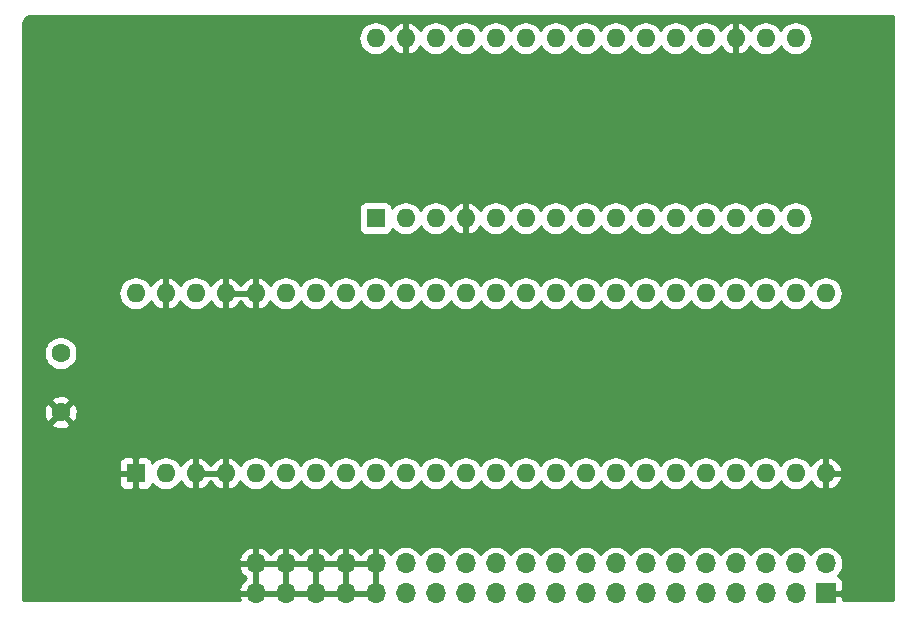
<source format=gbr>
G04 #@! TF.GenerationSoftware,KiCad,Pcbnew,(5.1.0-0)*
G04 #@! TF.CreationDate,2019-11-12T00:37:01-08:00*
G04 #@! TF.ProjectId,ArduinoSerialCard,41726475-696e-46f5-9365-7269616c4361,rev?*
G04 #@! TF.SameCoordinates,Original*
G04 #@! TF.FileFunction,Copper,L2,Inr*
G04 #@! TF.FilePolarity,Positive*
%FSLAX46Y46*%
G04 Gerber Fmt 4.6, Leading zero omitted, Abs format (unit mm)*
G04 Created by KiCad (PCBNEW (5.1.0-0)) date 2019-11-12 00:37:01*
%MOMM*%
%LPD*%
G04 APERTURE LIST*
%ADD10O,1.600000X1.600000*%
%ADD11R,1.600000X1.600000*%
%ADD12C,1.600000*%
%ADD13O,1.700000X1.700000*%
%ADD14R,1.700000X1.700000*%
%ADD15C,0.254000*%
G04 APERTURE END LIST*
D10*
X139700000Y-64770000D03*
X139700000Y-80010000D03*
X104140000Y-64770000D03*
X137160000Y-80010000D03*
X106680000Y-64770000D03*
X134620000Y-80010000D03*
X109220000Y-64770000D03*
X132080000Y-80010000D03*
X111760000Y-64770000D03*
X129540000Y-80010000D03*
X114300000Y-64770000D03*
X127000000Y-80010000D03*
X116840000Y-64770000D03*
X124460000Y-80010000D03*
X119380000Y-64770000D03*
X121920000Y-80010000D03*
X121920000Y-64770000D03*
X119380000Y-80010000D03*
X124460000Y-64770000D03*
X116840000Y-80010000D03*
X127000000Y-64770000D03*
X114300000Y-80010000D03*
X129540000Y-64770000D03*
X111760000Y-80010000D03*
X132080000Y-64770000D03*
X109220000Y-80010000D03*
X134620000Y-64770000D03*
X106680000Y-80010000D03*
X137160000Y-64770000D03*
D11*
X104140000Y-80010000D03*
D10*
X83820000Y-86360000D03*
X142240000Y-101600000D03*
X86360000Y-86360000D03*
X139700000Y-101600000D03*
X88900000Y-86360000D03*
X137160000Y-101600000D03*
X91440000Y-86360000D03*
X134620000Y-101600000D03*
X93980000Y-86360000D03*
X132080000Y-101600000D03*
X96520000Y-86360000D03*
X129540000Y-101600000D03*
X99060000Y-86360000D03*
X127000000Y-101600000D03*
X101600000Y-86360000D03*
X124460000Y-101600000D03*
X104140000Y-86360000D03*
X121920000Y-101600000D03*
X106680000Y-86360000D03*
X119380000Y-101600000D03*
X109220000Y-86360000D03*
X116840000Y-101600000D03*
X111760000Y-86360000D03*
X114300000Y-101600000D03*
X114300000Y-86360000D03*
X111760000Y-101600000D03*
X116840000Y-86360000D03*
X109220000Y-101600000D03*
X119380000Y-86360000D03*
X106680000Y-101600000D03*
X121920000Y-86360000D03*
X104140000Y-101600000D03*
X124460000Y-86360000D03*
X101600000Y-101600000D03*
X127000000Y-86360000D03*
X99060000Y-101600000D03*
X129540000Y-86360000D03*
X96520000Y-101600000D03*
X132080000Y-86360000D03*
X93980000Y-101600000D03*
X134620000Y-86360000D03*
X91440000Y-101600000D03*
X137160000Y-86360000D03*
X88900000Y-101600000D03*
X139700000Y-86360000D03*
X86360000Y-101600000D03*
X142240000Y-86360000D03*
D11*
X83820000Y-101600000D03*
D12*
X77470000Y-96440000D03*
X77470000Y-91440000D03*
D13*
X93980000Y-109220000D03*
X93980000Y-111760000D03*
X96520000Y-109220000D03*
X96520000Y-111760000D03*
X99060000Y-109220000D03*
X99060000Y-111760000D03*
X101600000Y-109220000D03*
X101600000Y-111760000D03*
X104140000Y-109220000D03*
X104140000Y-111760000D03*
X106680000Y-109220000D03*
X106680000Y-111760000D03*
X109220000Y-109220000D03*
X109220000Y-111760000D03*
X111760000Y-109220000D03*
X111760000Y-111760000D03*
X114300000Y-109220000D03*
X114300000Y-111760000D03*
X116840000Y-109220000D03*
X116840000Y-111760000D03*
X119380000Y-109220000D03*
X119380000Y-111760000D03*
X121920000Y-109220000D03*
X121920000Y-111760000D03*
X124460000Y-109220000D03*
X124460000Y-111760000D03*
X127000000Y-109220000D03*
X127000000Y-111760000D03*
X129540000Y-109220000D03*
X129540000Y-111760000D03*
X132080000Y-109220000D03*
X132080000Y-111760000D03*
X134620000Y-109220000D03*
X134620000Y-111760000D03*
X137160000Y-109220000D03*
X137160000Y-111760000D03*
X139700000Y-109220000D03*
X139700000Y-111760000D03*
X142240000Y-109220000D03*
D14*
X142240000Y-111760000D03*
D15*
G36*
X147930000Y-112370000D02*
G01*
X143726765Y-112370000D01*
X143725000Y-112045750D01*
X143566250Y-111887000D01*
X142367000Y-111887000D01*
X142367000Y-111907000D01*
X142113000Y-111907000D01*
X142113000Y-111887000D01*
X142093000Y-111887000D01*
X142093000Y-111633000D01*
X142113000Y-111633000D01*
X142113000Y-111613000D01*
X142367000Y-111613000D01*
X142367000Y-111633000D01*
X143566250Y-111633000D01*
X143725000Y-111474250D01*
X143728072Y-110910000D01*
X143715812Y-110785518D01*
X143679502Y-110665820D01*
X143620537Y-110555506D01*
X143541185Y-110458815D01*
X143444494Y-110379463D01*
X143334180Y-110320498D01*
X143265313Y-110299607D01*
X143295134Y-110275134D01*
X143480706Y-110049014D01*
X143618599Y-109791034D01*
X143703513Y-109511111D01*
X143732185Y-109220000D01*
X143703513Y-108928889D01*
X143618599Y-108648966D01*
X143480706Y-108390986D01*
X143295134Y-108164866D01*
X143069014Y-107979294D01*
X142811034Y-107841401D01*
X142531111Y-107756487D01*
X142312950Y-107735000D01*
X142167050Y-107735000D01*
X141948889Y-107756487D01*
X141668966Y-107841401D01*
X141410986Y-107979294D01*
X141184866Y-108164866D01*
X140999294Y-108390986D01*
X140970000Y-108445791D01*
X140940706Y-108390986D01*
X140755134Y-108164866D01*
X140529014Y-107979294D01*
X140271034Y-107841401D01*
X139991111Y-107756487D01*
X139772950Y-107735000D01*
X139627050Y-107735000D01*
X139408889Y-107756487D01*
X139128966Y-107841401D01*
X138870986Y-107979294D01*
X138644866Y-108164866D01*
X138459294Y-108390986D01*
X138430000Y-108445791D01*
X138400706Y-108390986D01*
X138215134Y-108164866D01*
X137989014Y-107979294D01*
X137731034Y-107841401D01*
X137451111Y-107756487D01*
X137232950Y-107735000D01*
X137087050Y-107735000D01*
X136868889Y-107756487D01*
X136588966Y-107841401D01*
X136330986Y-107979294D01*
X136104866Y-108164866D01*
X135919294Y-108390986D01*
X135890000Y-108445791D01*
X135860706Y-108390986D01*
X135675134Y-108164866D01*
X135449014Y-107979294D01*
X135191034Y-107841401D01*
X134911111Y-107756487D01*
X134692950Y-107735000D01*
X134547050Y-107735000D01*
X134328889Y-107756487D01*
X134048966Y-107841401D01*
X133790986Y-107979294D01*
X133564866Y-108164866D01*
X133379294Y-108390986D01*
X133350000Y-108445791D01*
X133320706Y-108390986D01*
X133135134Y-108164866D01*
X132909014Y-107979294D01*
X132651034Y-107841401D01*
X132371111Y-107756487D01*
X132152950Y-107735000D01*
X132007050Y-107735000D01*
X131788889Y-107756487D01*
X131508966Y-107841401D01*
X131250986Y-107979294D01*
X131024866Y-108164866D01*
X130839294Y-108390986D01*
X130810000Y-108445791D01*
X130780706Y-108390986D01*
X130595134Y-108164866D01*
X130369014Y-107979294D01*
X130111034Y-107841401D01*
X129831111Y-107756487D01*
X129612950Y-107735000D01*
X129467050Y-107735000D01*
X129248889Y-107756487D01*
X128968966Y-107841401D01*
X128710986Y-107979294D01*
X128484866Y-108164866D01*
X128299294Y-108390986D01*
X128270000Y-108445791D01*
X128240706Y-108390986D01*
X128055134Y-108164866D01*
X127829014Y-107979294D01*
X127571034Y-107841401D01*
X127291111Y-107756487D01*
X127072950Y-107735000D01*
X126927050Y-107735000D01*
X126708889Y-107756487D01*
X126428966Y-107841401D01*
X126170986Y-107979294D01*
X125944866Y-108164866D01*
X125759294Y-108390986D01*
X125730000Y-108445791D01*
X125700706Y-108390986D01*
X125515134Y-108164866D01*
X125289014Y-107979294D01*
X125031034Y-107841401D01*
X124751111Y-107756487D01*
X124532950Y-107735000D01*
X124387050Y-107735000D01*
X124168889Y-107756487D01*
X123888966Y-107841401D01*
X123630986Y-107979294D01*
X123404866Y-108164866D01*
X123219294Y-108390986D01*
X123190000Y-108445791D01*
X123160706Y-108390986D01*
X122975134Y-108164866D01*
X122749014Y-107979294D01*
X122491034Y-107841401D01*
X122211111Y-107756487D01*
X121992950Y-107735000D01*
X121847050Y-107735000D01*
X121628889Y-107756487D01*
X121348966Y-107841401D01*
X121090986Y-107979294D01*
X120864866Y-108164866D01*
X120679294Y-108390986D01*
X120650000Y-108445791D01*
X120620706Y-108390986D01*
X120435134Y-108164866D01*
X120209014Y-107979294D01*
X119951034Y-107841401D01*
X119671111Y-107756487D01*
X119452950Y-107735000D01*
X119307050Y-107735000D01*
X119088889Y-107756487D01*
X118808966Y-107841401D01*
X118550986Y-107979294D01*
X118324866Y-108164866D01*
X118139294Y-108390986D01*
X118110000Y-108445791D01*
X118080706Y-108390986D01*
X117895134Y-108164866D01*
X117669014Y-107979294D01*
X117411034Y-107841401D01*
X117131111Y-107756487D01*
X116912950Y-107735000D01*
X116767050Y-107735000D01*
X116548889Y-107756487D01*
X116268966Y-107841401D01*
X116010986Y-107979294D01*
X115784866Y-108164866D01*
X115599294Y-108390986D01*
X115570000Y-108445791D01*
X115540706Y-108390986D01*
X115355134Y-108164866D01*
X115129014Y-107979294D01*
X114871034Y-107841401D01*
X114591111Y-107756487D01*
X114372950Y-107735000D01*
X114227050Y-107735000D01*
X114008889Y-107756487D01*
X113728966Y-107841401D01*
X113470986Y-107979294D01*
X113244866Y-108164866D01*
X113059294Y-108390986D01*
X113030000Y-108445791D01*
X113000706Y-108390986D01*
X112815134Y-108164866D01*
X112589014Y-107979294D01*
X112331034Y-107841401D01*
X112051111Y-107756487D01*
X111832950Y-107735000D01*
X111687050Y-107735000D01*
X111468889Y-107756487D01*
X111188966Y-107841401D01*
X110930986Y-107979294D01*
X110704866Y-108164866D01*
X110519294Y-108390986D01*
X110490000Y-108445791D01*
X110460706Y-108390986D01*
X110275134Y-108164866D01*
X110049014Y-107979294D01*
X109791034Y-107841401D01*
X109511111Y-107756487D01*
X109292950Y-107735000D01*
X109147050Y-107735000D01*
X108928889Y-107756487D01*
X108648966Y-107841401D01*
X108390986Y-107979294D01*
X108164866Y-108164866D01*
X107979294Y-108390986D01*
X107950000Y-108445791D01*
X107920706Y-108390986D01*
X107735134Y-108164866D01*
X107509014Y-107979294D01*
X107251034Y-107841401D01*
X106971111Y-107756487D01*
X106752950Y-107735000D01*
X106607050Y-107735000D01*
X106388889Y-107756487D01*
X106108966Y-107841401D01*
X105850986Y-107979294D01*
X105624866Y-108164866D01*
X105439294Y-108390986D01*
X105404799Y-108455523D01*
X105335178Y-108338645D01*
X105140269Y-108122412D01*
X104906920Y-107948359D01*
X104644099Y-107823175D01*
X104496890Y-107778524D01*
X104267000Y-107899845D01*
X104267000Y-109093000D01*
X104287000Y-109093000D01*
X104287000Y-109347000D01*
X104267000Y-109347000D01*
X104267000Y-111633000D01*
X104287000Y-111633000D01*
X104287000Y-111887000D01*
X104267000Y-111887000D01*
X104267000Y-111907000D01*
X104013000Y-111907000D01*
X104013000Y-111887000D01*
X101727000Y-111887000D01*
X101727000Y-111907000D01*
X101473000Y-111907000D01*
X101473000Y-111887000D01*
X99187000Y-111887000D01*
X99187000Y-111907000D01*
X98933000Y-111907000D01*
X98933000Y-111887000D01*
X96647000Y-111887000D01*
X96647000Y-111907000D01*
X96393000Y-111907000D01*
X96393000Y-111887000D01*
X94107000Y-111887000D01*
X94107000Y-111907000D01*
X93853000Y-111907000D01*
X93853000Y-111887000D01*
X92659186Y-111887000D01*
X92538519Y-112116891D01*
X92628304Y-112370000D01*
X74320000Y-112370000D01*
X74320000Y-109576891D01*
X92538519Y-109576891D01*
X92635843Y-109851252D01*
X92784822Y-110101355D01*
X92979731Y-110317588D01*
X93210880Y-110490000D01*
X92979731Y-110662412D01*
X92784822Y-110878645D01*
X92635843Y-111128748D01*
X92538519Y-111403109D01*
X92659186Y-111633000D01*
X93853000Y-111633000D01*
X93853000Y-109347000D01*
X94107000Y-109347000D01*
X94107000Y-111633000D01*
X96393000Y-111633000D01*
X96393000Y-109347000D01*
X96647000Y-109347000D01*
X96647000Y-111633000D01*
X98933000Y-111633000D01*
X98933000Y-109347000D01*
X99187000Y-109347000D01*
X99187000Y-111633000D01*
X101473000Y-111633000D01*
X101473000Y-109347000D01*
X101727000Y-109347000D01*
X101727000Y-111633000D01*
X104013000Y-111633000D01*
X104013000Y-109347000D01*
X101727000Y-109347000D01*
X101473000Y-109347000D01*
X99187000Y-109347000D01*
X98933000Y-109347000D01*
X96647000Y-109347000D01*
X96393000Y-109347000D01*
X94107000Y-109347000D01*
X93853000Y-109347000D01*
X92659186Y-109347000D01*
X92538519Y-109576891D01*
X74320000Y-109576891D01*
X74320000Y-108863109D01*
X92538519Y-108863109D01*
X92659186Y-109093000D01*
X93853000Y-109093000D01*
X93853000Y-107899845D01*
X94107000Y-107899845D01*
X94107000Y-109093000D01*
X96393000Y-109093000D01*
X96393000Y-107899845D01*
X96647000Y-107899845D01*
X96647000Y-109093000D01*
X98933000Y-109093000D01*
X98933000Y-107899845D01*
X99187000Y-107899845D01*
X99187000Y-109093000D01*
X101473000Y-109093000D01*
X101473000Y-107899845D01*
X101727000Y-107899845D01*
X101727000Y-109093000D01*
X104013000Y-109093000D01*
X104013000Y-107899845D01*
X103783110Y-107778524D01*
X103635901Y-107823175D01*
X103373080Y-107948359D01*
X103139731Y-108122412D01*
X102944822Y-108338645D01*
X102870000Y-108464255D01*
X102795178Y-108338645D01*
X102600269Y-108122412D01*
X102366920Y-107948359D01*
X102104099Y-107823175D01*
X101956890Y-107778524D01*
X101727000Y-107899845D01*
X101473000Y-107899845D01*
X101243110Y-107778524D01*
X101095901Y-107823175D01*
X100833080Y-107948359D01*
X100599731Y-108122412D01*
X100404822Y-108338645D01*
X100330000Y-108464255D01*
X100255178Y-108338645D01*
X100060269Y-108122412D01*
X99826920Y-107948359D01*
X99564099Y-107823175D01*
X99416890Y-107778524D01*
X99187000Y-107899845D01*
X98933000Y-107899845D01*
X98703110Y-107778524D01*
X98555901Y-107823175D01*
X98293080Y-107948359D01*
X98059731Y-108122412D01*
X97864822Y-108338645D01*
X97790000Y-108464255D01*
X97715178Y-108338645D01*
X97520269Y-108122412D01*
X97286920Y-107948359D01*
X97024099Y-107823175D01*
X96876890Y-107778524D01*
X96647000Y-107899845D01*
X96393000Y-107899845D01*
X96163110Y-107778524D01*
X96015901Y-107823175D01*
X95753080Y-107948359D01*
X95519731Y-108122412D01*
X95324822Y-108338645D01*
X95250000Y-108464255D01*
X95175178Y-108338645D01*
X94980269Y-108122412D01*
X94746920Y-107948359D01*
X94484099Y-107823175D01*
X94336890Y-107778524D01*
X94107000Y-107899845D01*
X93853000Y-107899845D01*
X93623110Y-107778524D01*
X93475901Y-107823175D01*
X93213080Y-107948359D01*
X92979731Y-108122412D01*
X92784822Y-108338645D01*
X92635843Y-108588748D01*
X92538519Y-108863109D01*
X74320000Y-108863109D01*
X74320000Y-102400000D01*
X82381928Y-102400000D01*
X82394188Y-102524482D01*
X82430498Y-102644180D01*
X82489463Y-102754494D01*
X82568815Y-102851185D01*
X82665506Y-102930537D01*
X82775820Y-102989502D01*
X82895518Y-103025812D01*
X83020000Y-103038072D01*
X83534250Y-103035000D01*
X83693000Y-102876250D01*
X83693000Y-101727000D01*
X82543750Y-101727000D01*
X82385000Y-101885750D01*
X82381928Y-102400000D01*
X74320000Y-102400000D01*
X74320000Y-100800000D01*
X82381928Y-100800000D01*
X82385000Y-101314250D01*
X82543750Y-101473000D01*
X83693000Y-101473000D01*
X83693000Y-100323750D01*
X83947000Y-100323750D01*
X83947000Y-101473000D01*
X83967000Y-101473000D01*
X83967000Y-101727000D01*
X83947000Y-101727000D01*
X83947000Y-102876250D01*
X84105750Y-103035000D01*
X84620000Y-103038072D01*
X84744482Y-103025812D01*
X84864180Y-102989502D01*
X84974494Y-102930537D01*
X85071185Y-102851185D01*
X85150537Y-102754494D01*
X85209502Y-102644180D01*
X85245812Y-102524482D01*
X85247581Y-102506518D01*
X85340392Y-102619608D01*
X85558899Y-102798932D01*
X85808192Y-102932182D01*
X86078691Y-103014236D01*
X86289508Y-103035000D01*
X86430492Y-103035000D01*
X86641309Y-103014236D01*
X86911808Y-102932182D01*
X87161101Y-102798932D01*
X87379608Y-102619608D01*
X87558932Y-102401101D01*
X87632579Y-102263318D01*
X87747615Y-102455131D01*
X87936586Y-102663519D01*
X88162580Y-102831037D01*
X88416913Y-102951246D01*
X88550961Y-102991904D01*
X88773000Y-102869915D01*
X88773000Y-101727000D01*
X89027000Y-101727000D01*
X89027000Y-102869915D01*
X89249039Y-102991904D01*
X89383087Y-102951246D01*
X89637420Y-102831037D01*
X89863414Y-102663519D01*
X90052385Y-102455131D01*
X90170000Y-102259018D01*
X90287615Y-102455131D01*
X90476586Y-102663519D01*
X90702580Y-102831037D01*
X90956913Y-102951246D01*
X91090961Y-102991904D01*
X91313000Y-102869915D01*
X91313000Y-101727000D01*
X89027000Y-101727000D01*
X88773000Y-101727000D01*
X88753000Y-101727000D01*
X88753000Y-101473000D01*
X88773000Y-101473000D01*
X88773000Y-100330085D01*
X89027000Y-100330085D01*
X89027000Y-101473000D01*
X91313000Y-101473000D01*
X91313000Y-100330085D01*
X91567000Y-100330085D01*
X91567000Y-101473000D01*
X91587000Y-101473000D01*
X91587000Y-101727000D01*
X91567000Y-101727000D01*
X91567000Y-102869915D01*
X91789039Y-102991904D01*
X91923087Y-102951246D01*
X92177420Y-102831037D01*
X92403414Y-102663519D01*
X92592385Y-102455131D01*
X92707421Y-102263318D01*
X92781068Y-102401101D01*
X92960392Y-102619608D01*
X93178899Y-102798932D01*
X93428192Y-102932182D01*
X93698691Y-103014236D01*
X93909508Y-103035000D01*
X94050492Y-103035000D01*
X94261309Y-103014236D01*
X94531808Y-102932182D01*
X94781101Y-102798932D01*
X94999608Y-102619608D01*
X95178932Y-102401101D01*
X95250000Y-102268142D01*
X95321068Y-102401101D01*
X95500392Y-102619608D01*
X95718899Y-102798932D01*
X95968192Y-102932182D01*
X96238691Y-103014236D01*
X96449508Y-103035000D01*
X96590492Y-103035000D01*
X96801309Y-103014236D01*
X97071808Y-102932182D01*
X97321101Y-102798932D01*
X97539608Y-102619608D01*
X97718932Y-102401101D01*
X97790000Y-102268142D01*
X97861068Y-102401101D01*
X98040392Y-102619608D01*
X98258899Y-102798932D01*
X98508192Y-102932182D01*
X98778691Y-103014236D01*
X98989508Y-103035000D01*
X99130492Y-103035000D01*
X99341309Y-103014236D01*
X99611808Y-102932182D01*
X99861101Y-102798932D01*
X100079608Y-102619608D01*
X100258932Y-102401101D01*
X100330000Y-102268142D01*
X100401068Y-102401101D01*
X100580392Y-102619608D01*
X100798899Y-102798932D01*
X101048192Y-102932182D01*
X101318691Y-103014236D01*
X101529508Y-103035000D01*
X101670492Y-103035000D01*
X101881309Y-103014236D01*
X102151808Y-102932182D01*
X102401101Y-102798932D01*
X102619608Y-102619608D01*
X102798932Y-102401101D01*
X102870000Y-102268142D01*
X102941068Y-102401101D01*
X103120392Y-102619608D01*
X103338899Y-102798932D01*
X103588192Y-102932182D01*
X103858691Y-103014236D01*
X104069508Y-103035000D01*
X104210492Y-103035000D01*
X104421309Y-103014236D01*
X104691808Y-102932182D01*
X104941101Y-102798932D01*
X105159608Y-102619608D01*
X105338932Y-102401101D01*
X105410000Y-102268142D01*
X105481068Y-102401101D01*
X105660392Y-102619608D01*
X105878899Y-102798932D01*
X106128192Y-102932182D01*
X106398691Y-103014236D01*
X106609508Y-103035000D01*
X106750492Y-103035000D01*
X106961309Y-103014236D01*
X107231808Y-102932182D01*
X107481101Y-102798932D01*
X107699608Y-102619608D01*
X107878932Y-102401101D01*
X107950000Y-102268142D01*
X108021068Y-102401101D01*
X108200392Y-102619608D01*
X108418899Y-102798932D01*
X108668192Y-102932182D01*
X108938691Y-103014236D01*
X109149508Y-103035000D01*
X109290492Y-103035000D01*
X109501309Y-103014236D01*
X109771808Y-102932182D01*
X110021101Y-102798932D01*
X110239608Y-102619608D01*
X110418932Y-102401101D01*
X110490000Y-102268142D01*
X110561068Y-102401101D01*
X110740392Y-102619608D01*
X110958899Y-102798932D01*
X111208192Y-102932182D01*
X111478691Y-103014236D01*
X111689508Y-103035000D01*
X111830492Y-103035000D01*
X112041309Y-103014236D01*
X112311808Y-102932182D01*
X112561101Y-102798932D01*
X112779608Y-102619608D01*
X112958932Y-102401101D01*
X113030000Y-102268142D01*
X113101068Y-102401101D01*
X113280392Y-102619608D01*
X113498899Y-102798932D01*
X113748192Y-102932182D01*
X114018691Y-103014236D01*
X114229508Y-103035000D01*
X114370492Y-103035000D01*
X114581309Y-103014236D01*
X114851808Y-102932182D01*
X115101101Y-102798932D01*
X115319608Y-102619608D01*
X115498932Y-102401101D01*
X115570000Y-102268142D01*
X115641068Y-102401101D01*
X115820392Y-102619608D01*
X116038899Y-102798932D01*
X116288192Y-102932182D01*
X116558691Y-103014236D01*
X116769508Y-103035000D01*
X116910492Y-103035000D01*
X117121309Y-103014236D01*
X117391808Y-102932182D01*
X117641101Y-102798932D01*
X117859608Y-102619608D01*
X118038932Y-102401101D01*
X118110000Y-102268142D01*
X118181068Y-102401101D01*
X118360392Y-102619608D01*
X118578899Y-102798932D01*
X118828192Y-102932182D01*
X119098691Y-103014236D01*
X119309508Y-103035000D01*
X119450492Y-103035000D01*
X119661309Y-103014236D01*
X119931808Y-102932182D01*
X120181101Y-102798932D01*
X120399608Y-102619608D01*
X120578932Y-102401101D01*
X120650000Y-102268142D01*
X120721068Y-102401101D01*
X120900392Y-102619608D01*
X121118899Y-102798932D01*
X121368192Y-102932182D01*
X121638691Y-103014236D01*
X121849508Y-103035000D01*
X121990492Y-103035000D01*
X122201309Y-103014236D01*
X122471808Y-102932182D01*
X122721101Y-102798932D01*
X122939608Y-102619608D01*
X123118932Y-102401101D01*
X123190000Y-102268142D01*
X123261068Y-102401101D01*
X123440392Y-102619608D01*
X123658899Y-102798932D01*
X123908192Y-102932182D01*
X124178691Y-103014236D01*
X124389508Y-103035000D01*
X124530492Y-103035000D01*
X124741309Y-103014236D01*
X125011808Y-102932182D01*
X125261101Y-102798932D01*
X125479608Y-102619608D01*
X125658932Y-102401101D01*
X125730000Y-102268142D01*
X125801068Y-102401101D01*
X125980392Y-102619608D01*
X126198899Y-102798932D01*
X126448192Y-102932182D01*
X126718691Y-103014236D01*
X126929508Y-103035000D01*
X127070492Y-103035000D01*
X127281309Y-103014236D01*
X127551808Y-102932182D01*
X127801101Y-102798932D01*
X128019608Y-102619608D01*
X128198932Y-102401101D01*
X128270000Y-102268142D01*
X128341068Y-102401101D01*
X128520392Y-102619608D01*
X128738899Y-102798932D01*
X128988192Y-102932182D01*
X129258691Y-103014236D01*
X129469508Y-103035000D01*
X129610492Y-103035000D01*
X129821309Y-103014236D01*
X130091808Y-102932182D01*
X130341101Y-102798932D01*
X130559608Y-102619608D01*
X130738932Y-102401101D01*
X130810000Y-102268142D01*
X130881068Y-102401101D01*
X131060392Y-102619608D01*
X131278899Y-102798932D01*
X131528192Y-102932182D01*
X131798691Y-103014236D01*
X132009508Y-103035000D01*
X132150492Y-103035000D01*
X132361309Y-103014236D01*
X132631808Y-102932182D01*
X132881101Y-102798932D01*
X133099608Y-102619608D01*
X133278932Y-102401101D01*
X133350000Y-102268142D01*
X133421068Y-102401101D01*
X133600392Y-102619608D01*
X133818899Y-102798932D01*
X134068192Y-102932182D01*
X134338691Y-103014236D01*
X134549508Y-103035000D01*
X134690492Y-103035000D01*
X134901309Y-103014236D01*
X135171808Y-102932182D01*
X135421101Y-102798932D01*
X135639608Y-102619608D01*
X135818932Y-102401101D01*
X135890000Y-102268142D01*
X135961068Y-102401101D01*
X136140392Y-102619608D01*
X136358899Y-102798932D01*
X136608192Y-102932182D01*
X136878691Y-103014236D01*
X137089508Y-103035000D01*
X137230492Y-103035000D01*
X137441309Y-103014236D01*
X137711808Y-102932182D01*
X137961101Y-102798932D01*
X138179608Y-102619608D01*
X138358932Y-102401101D01*
X138430000Y-102268142D01*
X138501068Y-102401101D01*
X138680392Y-102619608D01*
X138898899Y-102798932D01*
X139148192Y-102932182D01*
X139418691Y-103014236D01*
X139629508Y-103035000D01*
X139770492Y-103035000D01*
X139981309Y-103014236D01*
X140251808Y-102932182D01*
X140501101Y-102798932D01*
X140719608Y-102619608D01*
X140898932Y-102401101D01*
X140972579Y-102263318D01*
X141087615Y-102455131D01*
X141276586Y-102663519D01*
X141502580Y-102831037D01*
X141756913Y-102951246D01*
X141890961Y-102991904D01*
X142113000Y-102869915D01*
X142113000Y-101727000D01*
X142367000Y-101727000D01*
X142367000Y-102869915D01*
X142589039Y-102991904D01*
X142723087Y-102951246D01*
X142977420Y-102831037D01*
X143203414Y-102663519D01*
X143392385Y-102455131D01*
X143537070Y-102213881D01*
X143631909Y-101949040D01*
X143510624Y-101727000D01*
X142367000Y-101727000D01*
X142113000Y-101727000D01*
X142093000Y-101727000D01*
X142093000Y-101473000D01*
X142113000Y-101473000D01*
X142113000Y-100330085D01*
X142367000Y-100330085D01*
X142367000Y-101473000D01*
X143510624Y-101473000D01*
X143631909Y-101250960D01*
X143537070Y-100986119D01*
X143392385Y-100744869D01*
X143203414Y-100536481D01*
X142977420Y-100368963D01*
X142723087Y-100248754D01*
X142589039Y-100208096D01*
X142367000Y-100330085D01*
X142113000Y-100330085D01*
X141890961Y-100208096D01*
X141756913Y-100248754D01*
X141502580Y-100368963D01*
X141276586Y-100536481D01*
X141087615Y-100744869D01*
X140972579Y-100936682D01*
X140898932Y-100798899D01*
X140719608Y-100580392D01*
X140501101Y-100401068D01*
X140251808Y-100267818D01*
X139981309Y-100185764D01*
X139770492Y-100165000D01*
X139629508Y-100165000D01*
X139418691Y-100185764D01*
X139148192Y-100267818D01*
X138898899Y-100401068D01*
X138680392Y-100580392D01*
X138501068Y-100798899D01*
X138430000Y-100931858D01*
X138358932Y-100798899D01*
X138179608Y-100580392D01*
X137961101Y-100401068D01*
X137711808Y-100267818D01*
X137441309Y-100185764D01*
X137230492Y-100165000D01*
X137089508Y-100165000D01*
X136878691Y-100185764D01*
X136608192Y-100267818D01*
X136358899Y-100401068D01*
X136140392Y-100580392D01*
X135961068Y-100798899D01*
X135890000Y-100931858D01*
X135818932Y-100798899D01*
X135639608Y-100580392D01*
X135421101Y-100401068D01*
X135171808Y-100267818D01*
X134901309Y-100185764D01*
X134690492Y-100165000D01*
X134549508Y-100165000D01*
X134338691Y-100185764D01*
X134068192Y-100267818D01*
X133818899Y-100401068D01*
X133600392Y-100580392D01*
X133421068Y-100798899D01*
X133350000Y-100931858D01*
X133278932Y-100798899D01*
X133099608Y-100580392D01*
X132881101Y-100401068D01*
X132631808Y-100267818D01*
X132361309Y-100185764D01*
X132150492Y-100165000D01*
X132009508Y-100165000D01*
X131798691Y-100185764D01*
X131528192Y-100267818D01*
X131278899Y-100401068D01*
X131060392Y-100580392D01*
X130881068Y-100798899D01*
X130810000Y-100931858D01*
X130738932Y-100798899D01*
X130559608Y-100580392D01*
X130341101Y-100401068D01*
X130091808Y-100267818D01*
X129821309Y-100185764D01*
X129610492Y-100165000D01*
X129469508Y-100165000D01*
X129258691Y-100185764D01*
X128988192Y-100267818D01*
X128738899Y-100401068D01*
X128520392Y-100580392D01*
X128341068Y-100798899D01*
X128270000Y-100931858D01*
X128198932Y-100798899D01*
X128019608Y-100580392D01*
X127801101Y-100401068D01*
X127551808Y-100267818D01*
X127281309Y-100185764D01*
X127070492Y-100165000D01*
X126929508Y-100165000D01*
X126718691Y-100185764D01*
X126448192Y-100267818D01*
X126198899Y-100401068D01*
X125980392Y-100580392D01*
X125801068Y-100798899D01*
X125730000Y-100931858D01*
X125658932Y-100798899D01*
X125479608Y-100580392D01*
X125261101Y-100401068D01*
X125011808Y-100267818D01*
X124741309Y-100185764D01*
X124530492Y-100165000D01*
X124389508Y-100165000D01*
X124178691Y-100185764D01*
X123908192Y-100267818D01*
X123658899Y-100401068D01*
X123440392Y-100580392D01*
X123261068Y-100798899D01*
X123190000Y-100931858D01*
X123118932Y-100798899D01*
X122939608Y-100580392D01*
X122721101Y-100401068D01*
X122471808Y-100267818D01*
X122201309Y-100185764D01*
X121990492Y-100165000D01*
X121849508Y-100165000D01*
X121638691Y-100185764D01*
X121368192Y-100267818D01*
X121118899Y-100401068D01*
X120900392Y-100580392D01*
X120721068Y-100798899D01*
X120650000Y-100931858D01*
X120578932Y-100798899D01*
X120399608Y-100580392D01*
X120181101Y-100401068D01*
X119931808Y-100267818D01*
X119661309Y-100185764D01*
X119450492Y-100165000D01*
X119309508Y-100165000D01*
X119098691Y-100185764D01*
X118828192Y-100267818D01*
X118578899Y-100401068D01*
X118360392Y-100580392D01*
X118181068Y-100798899D01*
X118110000Y-100931858D01*
X118038932Y-100798899D01*
X117859608Y-100580392D01*
X117641101Y-100401068D01*
X117391808Y-100267818D01*
X117121309Y-100185764D01*
X116910492Y-100165000D01*
X116769508Y-100165000D01*
X116558691Y-100185764D01*
X116288192Y-100267818D01*
X116038899Y-100401068D01*
X115820392Y-100580392D01*
X115641068Y-100798899D01*
X115570000Y-100931858D01*
X115498932Y-100798899D01*
X115319608Y-100580392D01*
X115101101Y-100401068D01*
X114851808Y-100267818D01*
X114581309Y-100185764D01*
X114370492Y-100165000D01*
X114229508Y-100165000D01*
X114018691Y-100185764D01*
X113748192Y-100267818D01*
X113498899Y-100401068D01*
X113280392Y-100580392D01*
X113101068Y-100798899D01*
X113030000Y-100931858D01*
X112958932Y-100798899D01*
X112779608Y-100580392D01*
X112561101Y-100401068D01*
X112311808Y-100267818D01*
X112041309Y-100185764D01*
X111830492Y-100165000D01*
X111689508Y-100165000D01*
X111478691Y-100185764D01*
X111208192Y-100267818D01*
X110958899Y-100401068D01*
X110740392Y-100580392D01*
X110561068Y-100798899D01*
X110490000Y-100931858D01*
X110418932Y-100798899D01*
X110239608Y-100580392D01*
X110021101Y-100401068D01*
X109771808Y-100267818D01*
X109501309Y-100185764D01*
X109290492Y-100165000D01*
X109149508Y-100165000D01*
X108938691Y-100185764D01*
X108668192Y-100267818D01*
X108418899Y-100401068D01*
X108200392Y-100580392D01*
X108021068Y-100798899D01*
X107950000Y-100931858D01*
X107878932Y-100798899D01*
X107699608Y-100580392D01*
X107481101Y-100401068D01*
X107231808Y-100267818D01*
X106961309Y-100185764D01*
X106750492Y-100165000D01*
X106609508Y-100165000D01*
X106398691Y-100185764D01*
X106128192Y-100267818D01*
X105878899Y-100401068D01*
X105660392Y-100580392D01*
X105481068Y-100798899D01*
X105410000Y-100931858D01*
X105338932Y-100798899D01*
X105159608Y-100580392D01*
X104941101Y-100401068D01*
X104691808Y-100267818D01*
X104421309Y-100185764D01*
X104210492Y-100165000D01*
X104069508Y-100165000D01*
X103858691Y-100185764D01*
X103588192Y-100267818D01*
X103338899Y-100401068D01*
X103120392Y-100580392D01*
X102941068Y-100798899D01*
X102870000Y-100931858D01*
X102798932Y-100798899D01*
X102619608Y-100580392D01*
X102401101Y-100401068D01*
X102151808Y-100267818D01*
X101881309Y-100185764D01*
X101670492Y-100165000D01*
X101529508Y-100165000D01*
X101318691Y-100185764D01*
X101048192Y-100267818D01*
X100798899Y-100401068D01*
X100580392Y-100580392D01*
X100401068Y-100798899D01*
X100330000Y-100931858D01*
X100258932Y-100798899D01*
X100079608Y-100580392D01*
X99861101Y-100401068D01*
X99611808Y-100267818D01*
X99341309Y-100185764D01*
X99130492Y-100165000D01*
X98989508Y-100165000D01*
X98778691Y-100185764D01*
X98508192Y-100267818D01*
X98258899Y-100401068D01*
X98040392Y-100580392D01*
X97861068Y-100798899D01*
X97790000Y-100931858D01*
X97718932Y-100798899D01*
X97539608Y-100580392D01*
X97321101Y-100401068D01*
X97071808Y-100267818D01*
X96801309Y-100185764D01*
X96590492Y-100165000D01*
X96449508Y-100165000D01*
X96238691Y-100185764D01*
X95968192Y-100267818D01*
X95718899Y-100401068D01*
X95500392Y-100580392D01*
X95321068Y-100798899D01*
X95250000Y-100931858D01*
X95178932Y-100798899D01*
X94999608Y-100580392D01*
X94781101Y-100401068D01*
X94531808Y-100267818D01*
X94261309Y-100185764D01*
X94050492Y-100165000D01*
X93909508Y-100165000D01*
X93698691Y-100185764D01*
X93428192Y-100267818D01*
X93178899Y-100401068D01*
X92960392Y-100580392D01*
X92781068Y-100798899D01*
X92707421Y-100936682D01*
X92592385Y-100744869D01*
X92403414Y-100536481D01*
X92177420Y-100368963D01*
X91923087Y-100248754D01*
X91789039Y-100208096D01*
X91567000Y-100330085D01*
X91313000Y-100330085D01*
X91090961Y-100208096D01*
X90956913Y-100248754D01*
X90702580Y-100368963D01*
X90476586Y-100536481D01*
X90287615Y-100744869D01*
X90170000Y-100940982D01*
X90052385Y-100744869D01*
X89863414Y-100536481D01*
X89637420Y-100368963D01*
X89383087Y-100248754D01*
X89249039Y-100208096D01*
X89027000Y-100330085D01*
X88773000Y-100330085D01*
X88550961Y-100208096D01*
X88416913Y-100248754D01*
X88162580Y-100368963D01*
X87936586Y-100536481D01*
X87747615Y-100744869D01*
X87632579Y-100936682D01*
X87558932Y-100798899D01*
X87379608Y-100580392D01*
X87161101Y-100401068D01*
X86911808Y-100267818D01*
X86641309Y-100185764D01*
X86430492Y-100165000D01*
X86289508Y-100165000D01*
X86078691Y-100185764D01*
X85808192Y-100267818D01*
X85558899Y-100401068D01*
X85340392Y-100580392D01*
X85247581Y-100693482D01*
X85245812Y-100675518D01*
X85209502Y-100555820D01*
X85150537Y-100445506D01*
X85071185Y-100348815D01*
X84974494Y-100269463D01*
X84864180Y-100210498D01*
X84744482Y-100174188D01*
X84620000Y-100161928D01*
X84105750Y-100165000D01*
X83947000Y-100323750D01*
X83693000Y-100323750D01*
X83534250Y-100165000D01*
X83020000Y-100161928D01*
X82895518Y-100174188D01*
X82775820Y-100210498D01*
X82665506Y-100269463D01*
X82568815Y-100348815D01*
X82489463Y-100445506D01*
X82430498Y-100555820D01*
X82394188Y-100675518D01*
X82381928Y-100800000D01*
X74320000Y-100800000D01*
X74320000Y-97432702D01*
X76656903Y-97432702D01*
X76728486Y-97676671D01*
X76983996Y-97797571D01*
X77258184Y-97866300D01*
X77540512Y-97880217D01*
X77820130Y-97838787D01*
X78086292Y-97743603D01*
X78211514Y-97676671D01*
X78283097Y-97432702D01*
X77470000Y-96619605D01*
X76656903Y-97432702D01*
X74320000Y-97432702D01*
X74320000Y-96510512D01*
X76029783Y-96510512D01*
X76071213Y-96790130D01*
X76166397Y-97056292D01*
X76233329Y-97181514D01*
X76477298Y-97253097D01*
X77290395Y-96440000D01*
X77649605Y-96440000D01*
X78462702Y-97253097D01*
X78706671Y-97181514D01*
X78827571Y-96926004D01*
X78896300Y-96651816D01*
X78910217Y-96369488D01*
X78868787Y-96089870D01*
X78773603Y-95823708D01*
X78706671Y-95698486D01*
X78462702Y-95626903D01*
X77649605Y-96440000D01*
X77290395Y-96440000D01*
X76477298Y-95626903D01*
X76233329Y-95698486D01*
X76112429Y-95953996D01*
X76043700Y-96228184D01*
X76029783Y-96510512D01*
X74320000Y-96510512D01*
X74320000Y-95447298D01*
X76656903Y-95447298D01*
X77470000Y-96260395D01*
X78283097Y-95447298D01*
X78211514Y-95203329D01*
X77956004Y-95082429D01*
X77681816Y-95013700D01*
X77399488Y-94999783D01*
X77119870Y-95041213D01*
X76853708Y-95136397D01*
X76728486Y-95203329D01*
X76656903Y-95447298D01*
X74320000Y-95447298D01*
X74320000Y-91298665D01*
X76035000Y-91298665D01*
X76035000Y-91581335D01*
X76090147Y-91858574D01*
X76198320Y-92119727D01*
X76355363Y-92354759D01*
X76555241Y-92554637D01*
X76790273Y-92711680D01*
X77051426Y-92819853D01*
X77328665Y-92875000D01*
X77611335Y-92875000D01*
X77888574Y-92819853D01*
X78149727Y-92711680D01*
X78384759Y-92554637D01*
X78584637Y-92354759D01*
X78741680Y-92119727D01*
X78849853Y-91858574D01*
X78905000Y-91581335D01*
X78905000Y-91298665D01*
X78849853Y-91021426D01*
X78741680Y-90760273D01*
X78584637Y-90525241D01*
X78384759Y-90325363D01*
X78149727Y-90168320D01*
X77888574Y-90060147D01*
X77611335Y-90005000D01*
X77328665Y-90005000D01*
X77051426Y-90060147D01*
X76790273Y-90168320D01*
X76555241Y-90325363D01*
X76355363Y-90525241D01*
X76198320Y-90760273D01*
X76090147Y-91021426D01*
X76035000Y-91298665D01*
X74320000Y-91298665D01*
X74320000Y-86360000D01*
X82378057Y-86360000D01*
X82405764Y-86641309D01*
X82487818Y-86911808D01*
X82621068Y-87161101D01*
X82800392Y-87379608D01*
X83018899Y-87558932D01*
X83268192Y-87692182D01*
X83538691Y-87774236D01*
X83749508Y-87795000D01*
X83890492Y-87795000D01*
X84101309Y-87774236D01*
X84371808Y-87692182D01*
X84621101Y-87558932D01*
X84839608Y-87379608D01*
X85018932Y-87161101D01*
X85092579Y-87023318D01*
X85207615Y-87215131D01*
X85396586Y-87423519D01*
X85622580Y-87591037D01*
X85876913Y-87711246D01*
X86010961Y-87751904D01*
X86233000Y-87629915D01*
X86233000Y-86487000D01*
X86213000Y-86487000D01*
X86213000Y-86233000D01*
X86233000Y-86233000D01*
X86233000Y-85090085D01*
X86487000Y-85090085D01*
X86487000Y-86233000D01*
X86507000Y-86233000D01*
X86507000Y-86487000D01*
X86487000Y-86487000D01*
X86487000Y-87629915D01*
X86709039Y-87751904D01*
X86843087Y-87711246D01*
X87097420Y-87591037D01*
X87323414Y-87423519D01*
X87512385Y-87215131D01*
X87627421Y-87023318D01*
X87701068Y-87161101D01*
X87880392Y-87379608D01*
X88098899Y-87558932D01*
X88348192Y-87692182D01*
X88618691Y-87774236D01*
X88829508Y-87795000D01*
X88970492Y-87795000D01*
X89181309Y-87774236D01*
X89451808Y-87692182D01*
X89701101Y-87558932D01*
X89919608Y-87379608D01*
X90098932Y-87161101D01*
X90172579Y-87023318D01*
X90287615Y-87215131D01*
X90476586Y-87423519D01*
X90702580Y-87591037D01*
X90956913Y-87711246D01*
X91090961Y-87751904D01*
X91313000Y-87629915D01*
X91313000Y-86487000D01*
X91567000Y-86487000D01*
X91567000Y-87629915D01*
X91789039Y-87751904D01*
X91923087Y-87711246D01*
X92177420Y-87591037D01*
X92403414Y-87423519D01*
X92592385Y-87215131D01*
X92710000Y-87019018D01*
X92827615Y-87215131D01*
X93016586Y-87423519D01*
X93242580Y-87591037D01*
X93496913Y-87711246D01*
X93630961Y-87751904D01*
X93853000Y-87629915D01*
X93853000Y-86487000D01*
X91567000Y-86487000D01*
X91313000Y-86487000D01*
X91293000Y-86487000D01*
X91293000Y-86233000D01*
X91313000Y-86233000D01*
X91313000Y-85090085D01*
X91567000Y-85090085D01*
X91567000Y-86233000D01*
X93853000Y-86233000D01*
X93853000Y-85090085D01*
X94107000Y-85090085D01*
X94107000Y-86233000D01*
X94127000Y-86233000D01*
X94127000Y-86487000D01*
X94107000Y-86487000D01*
X94107000Y-87629915D01*
X94329039Y-87751904D01*
X94463087Y-87711246D01*
X94717420Y-87591037D01*
X94943414Y-87423519D01*
X95132385Y-87215131D01*
X95247421Y-87023318D01*
X95321068Y-87161101D01*
X95500392Y-87379608D01*
X95718899Y-87558932D01*
X95968192Y-87692182D01*
X96238691Y-87774236D01*
X96449508Y-87795000D01*
X96590492Y-87795000D01*
X96801309Y-87774236D01*
X97071808Y-87692182D01*
X97321101Y-87558932D01*
X97539608Y-87379608D01*
X97718932Y-87161101D01*
X97790000Y-87028142D01*
X97861068Y-87161101D01*
X98040392Y-87379608D01*
X98258899Y-87558932D01*
X98508192Y-87692182D01*
X98778691Y-87774236D01*
X98989508Y-87795000D01*
X99130492Y-87795000D01*
X99341309Y-87774236D01*
X99611808Y-87692182D01*
X99861101Y-87558932D01*
X100079608Y-87379608D01*
X100258932Y-87161101D01*
X100330000Y-87028142D01*
X100401068Y-87161101D01*
X100580392Y-87379608D01*
X100798899Y-87558932D01*
X101048192Y-87692182D01*
X101318691Y-87774236D01*
X101529508Y-87795000D01*
X101670492Y-87795000D01*
X101881309Y-87774236D01*
X102151808Y-87692182D01*
X102401101Y-87558932D01*
X102619608Y-87379608D01*
X102798932Y-87161101D01*
X102870000Y-87028142D01*
X102941068Y-87161101D01*
X103120392Y-87379608D01*
X103338899Y-87558932D01*
X103588192Y-87692182D01*
X103858691Y-87774236D01*
X104069508Y-87795000D01*
X104210492Y-87795000D01*
X104421309Y-87774236D01*
X104691808Y-87692182D01*
X104941101Y-87558932D01*
X105159608Y-87379608D01*
X105338932Y-87161101D01*
X105410000Y-87028142D01*
X105481068Y-87161101D01*
X105660392Y-87379608D01*
X105878899Y-87558932D01*
X106128192Y-87692182D01*
X106398691Y-87774236D01*
X106609508Y-87795000D01*
X106750492Y-87795000D01*
X106961309Y-87774236D01*
X107231808Y-87692182D01*
X107481101Y-87558932D01*
X107699608Y-87379608D01*
X107878932Y-87161101D01*
X107950000Y-87028142D01*
X108021068Y-87161101D01*
X108200392Y-87379608D01*
X108418899Y-87558932D01*
X108668192Y-87692182D01*
X108938691Y-87774236D01*
X109149508Y-87795000D01*
X109290492Y-87795000D01*
X109501309Y-87774236D01*
X109771808Y-87692182D01*
X110021101Y-87558932D01*
X110239608Y-87379608D01*
X110418932Y-87161101D01*
X110490000Y-87028142D01*
X110561068Y-87161101D01*
X110740392Y-87379608D01*
X110958899Y-87558932D01*
X111208192Y-87692182D01*
X111478691Y-87774236D01*
X111689508Y-87795000D01*
X111830492Y-87795000D01*
X112041309Y-87774236D01*
X112311808Y-87692182D01*
X112561101Y-87558932D01*
X112779608Y-87379608D01*
X112958932Y-87161101D01*
X113030000Y-87028142D01*
X113101068Y-87161101D01*
X113280392Y-87379608D01*
X113498899Y-87558932D01*
X113748192Y-87692182D01*
X114018691Y-87774236D01*
X114229508Y-87795000D01*
X114370492Y-87795000D01*
X114581309Y-87774236D01*
X114851808Y-87692182D01*
X115101101Y-87558932D01*
X115319608Y-87379608D01*
X115498932Y-87161101D01*
X115570000Y-87028142D01*
X115641068Y-87161101D01*
X115820392Y-87379608D01*
X116038899Y-87558932D01*
X116288192Y-87692182D01*
X116558691Y-87774236D01*
X116769508Y-87795000D01*
X116910492Y-87795000D01*
X117121309Y-87774236D01*
X117391808Y-87692182D01*
X117641101Y-87558932D01*
X117859608Y-87379608D01*
X118038932Y-87161101D01*
X118110000Y-87028142D01*
X118181068Y-87161101D01*
X118360392Y-87379608D01*
X118578899Y-87558932D01*
X118828192Y-87692182D01*
X119098691Y-87774236D01*
X119309508Y-87795000D01*
X119450492Y-87795000D01*
X119661309Y-87774236D01*
X119931808Y-87692182D01*
X120181101Y-87558932D01*
X120399608Y-87379608D01*
X120578932Y-87161101D01*
X120650000Y-87028142D01*
X120721068Y-87161101D01*
X120900392Y-87379608D01*
X121118899Y-87558932D01*
X121368192Y-87692182D01*
X121638691Y-87774236D01*
X121849508Y-87795000D01*
X121990492Y-87795000D01*
X122201309Y-87774236D01*
X122471808Y-87692182D01*
X122721101Y-87558932D01*
X122939608Y-87379608D01*
X123118932Y-87161101D01*
X123190000Y-87028142D01*
X123261068Y-87161101D01*
X123440392Y-87379608D01*
X123658899Y-87558932D01*
X123908192Y-87692182D01*
X124178691Y-87774236D01*
X124389508Y-87795000D01*
X124530492Y-87795000D01*
X124741309Y-87774236D01*
X125011808Y-87692182D01*
X125261101Y-87558932D01*
X125479608Y-87379608D01*
X125658932Y-87161101D01*
X125730000Y-87028142D01*
X125801068Y-87161101D01*
X125980392Y-87379608D01*
X126198899Y-87558932D01*
X126448192Y-87692182D01*
X126718691Y-87774236D01*
X126929508Y-87795000D01*
X127070492Y-87795000D01*
X127281309Y-87774236D01*
X127551808Y-87692182D01*
X127801101Y-87558932D01*
X128019608Y-87379608D01*
X128198932Y-87161101D01*
X128270000Y-87028142D01*
X128341068Y-87161101D01*
X128520392Y-87379608D01*
X128738899Y-87558932D01*
X128988192Y-87692182D01*
X129258691Y-87774236D01*
X129469508Y-87795000D01*
X129610492Y-87795000D01*
X129821309Y-87774236D01*
X130091808Y-87692182D01*
X130341101Y-87558932D01*
X130559608Y-87379608D01*
X130738932Y-87161101D01*
X130810000Y-87028142D01*
X130881068Y-87161101D01*
X131060392Y-87379608D01*
X131278899Y-87558932D01*
X131528192Y-87692182D01*
X131798691Y-87774236D01*
X132009508Y-87795000D01*
X132150492Y-87795000D01*
X132361309Y-87774236D01*
X132631808Y-87692182D01*
X132881101Y-87558932D01*
X133099608Y-87379608D01*
X133278932Y-87161101D01*
X133350000Y-87028142D01*
X133421068Y-87161101D01*
X133600392Y-87379608D01*
X133818899Y-87558932D01*
X134068192Y-87692182D01*
X134338691Y-87774236D01*
X134549508Y-87795000D01*
X134690492Y-87795000D01*
X134901309Y-87774236D01*
X135171808Y-87692182D01*
X135421101Y-87558932D01*
X135639608Y-87379608D01*
X135818932Y-87161101D01*
X135890000Y-87028142D01*
X135961068Y-87161101D01*
X136140392Y-87379608D01*
X136358899Y-87558932D01*
X136608192Y-87692182D01*
X136878691Y-87774236D01*
X137089508Y-87795000D01*
X137230492Y-87795000D01*
X137441309Y-87774236D01*
X137711808Y-87692182D01*
X137961101Y-87558932D01*
X138179608Y-87379608D01*
X138358932Y-87161101D01*
X138430000Y-87028142D01*
X138501068Y-87161101D01*
X138680392Y-87379608D01*
X138898899Y-87558932D01*
X139148192Y-87692182D01*
X139418691Y-87774236D01*
X139629508Y-87795000D01*
X139770492Y-87795000D01*
X139981309Y-87774236D01*
X140251808Y-87692182D01*
X140501101Y-87558932D01*
X140719608Y-87379608D01*
X140898932Y-87161101D01*
X140970000Y-87028142D01*
X141041068Y-87161101D01*
X141220392Y-87379608D01*
X141438899Y-87558932D01*
X141688192Y-87692182D01*
X141958691Y-87774236D01*
X142169508Y-87795000D01*
X142310492Y-87795000D01*
X142521309Y-87774236D01*
X142791808Y-87692182D01*
X143041101Y-87558932D01*
X143259608Y-87379608D01*
X143438932Y-87161101D01*
X143572182Y-86911808D01*
X143654236Y-86641309D01*
X143681943Y-86360000D01*
X143654236Y-86078691D01*
X143572182Y-85808192D01*
X143438932Y-85558899D01*
X143259608Y-85340392D01*
X143041101Y-85161068D01*
X142791808Y-85027818D01*
X142521309Y-84945764D01*
X142310492Y-84925000D01*
X142169508Y-84925000D01*
X141958691Y-84945764D01*
X141688192Y-85027818D01*
X141438899Y-85161068D01*
X141220392Y-85340392D01*
X141041068Y-85558899D01*
X140970000Y-85691858D01*
X140898932Y-85558899D01*
X140719608Y-85340392D01*
X140501101Y-85161068D01*
X140251808Y-85027818D01*
X139981309Y-84945764D01*
X139770492Y-84925000D01*
X139629508Y-84925000D01*
X139418691Y-84945764D01*
X139148192Y-85027818D01*
X138898899Y-85161068D01*
X138680392Y-85340392D01*
X138501068Y-85558899D01*
X138430000Y-85691858D01*
X138358932Y-85558899D01*
X138179608Y-85340392D01*
X137961101Y-85161068D01*
X137711808Y-85027818D01*
X137441309Y-84945764D01*
X137230492Y-84925000D01*
X137089508Y-84925000D01*
X136878691Y-84945764D01*
X136608192Y-85027818D01*
X136358899Y-85161068D01*
X136140392Y-85340392D01*
X135961068Y-85558899D01*
X135890000Y-85691858D01*
X135818932Y-85558899D01*
X135639608Y-85340392D01*
X135421101Y-85161068D01*
X135171808Y-85027818D01*
X134901309Y-84945764D01*
X134690492Y-84925000D01*
X134549508Y-84925000D01*
X134338691Y-84945764D01*
X134068192Y-85027818D01*
X133818899Y-85161068D01*
X133600392Y-85340392D01*
X133421068Y-85558899D01*
X133350000Y-85691858D01*
X133278932Y-85558899D01*
X133099608Y-85340392D01*
X132881101Y-85161068D01*
X132631808Y-85027818D01*
X132361309Y-84945764D01*
X132150492Y-84925000D01*
X132009508Y-84925000D01*
X131798691Y-84945764D01*
X131528192Y-85027818D01*
X131278899Y-85161068D01*
X131060392Y-85340392D01*
X130881068Y-85558899D01*
X130810000Y-85691858D01*
X130738932Y-85558899D01*
X130559608Y-85340392D01*
X130341101Y-85161068D01*
X130091808Y-85027818D01*
X129821309Y-84945764D01*
X129610492Y-84925000D01*
X129469508Y-84925000D01*
X129258691Y-84945764D01*
X128988192Y-85027818D01*
X128738899Y-85161068D01*
X128520392Y-85340392D01*
X128341068Y-85558899D01*
X128270000Y-85691858D01*
X128198932Y-85558899D01*
X128019608Y-85340392D01*
X127801101Y-85161068D01*
X127551808Y-85027818D01*
X127281309Y-84945764D01*
X127070492Y-84925000D01*
X126929508Y-84925000D01*
X126718691Y-84945764D01*
X126448192Y-85027818D01*
X126198899Y-85161068D01*
X125980392Y-85340392D01*
X125801068Y-85558899D01*
X125730000Y-85691858D01*
X125658932Y-85558899D01*
X125479608Y-85340392D01*
X125261101Y-85161068D01*
X125011808Y-85027818D01*
X124741309Y-84945764D01*
X124530492Y-84925000D01*
X124389508Y-84925000D01*
X124178691Y-84945764D01*
X123908192Y-85027818D01*
X123658899Y-85161068D01*
X123440392Y-85340392D01*
X123261068Y-85558899D01*
X123190000Y-85691858D01*
X123118932Y-85558899D01*
X122939608Y-85340392D01*
X122721101Y-85161068D01*
X122471808Y-85027818D01*
X122201309Y-84945764D01*
X121990492Y-84925000D01*
X121849508Y-84925000D01*
X121638691Y-84945764D01*
X121368192Y-85027818D01*
X121118899Y-85161068D01*
X120900392Y-85340392D01*
X120721068Y-85558899D01*
X120650000Y-85691858D01*
X120578932Y-85558899D01*
X120399608Y-85340392D01*
X120181101Y-85161068D01*
X119931808Y-85027818D01*
X119661309Y-84945764D01*
X119450492Y-84925000D01*
X119309508Y-84925000D01*
X119098691Y-84945764D01*
X118828192Y-85027818D01*
X118578899Y-85161068D01*
X118360392Y-85340392D01*
X118181068Y-85558899D01*
X118110000Y-85691858D01*
X118038932Y-85558899D01*
X117859608Y-85340392D01*
X117641101Y-85161068D01*
X117391808Y-85027818D01*
X117121309Y-84945764D01*
X116910492Y-84925000D01*
X116769508Y-84925000D01*
X116558691Y-84945764D01*
X116288192Y-85027818D01*
X116038899Y-85161068D01*
X115820392Y-85340392D01*
X115641068Y-85558899D01*
X115570000Y-85691858D01*
X115498932Y-85558899D01*
X115319608Y-85340392D01*
X115101101Y-85161068D01*
X114851808Y-85027818D01*
X114581309Y-84945764D01*
X114370492Y-84925000D01*
X114229508Y-84925000D01*
X114018691Y-84945764D01*
X113748192Y-85027818D01*
X113498899Y-85161068D01*
X113280392Y-85340392D01*
X113101068Y-85558899D01*
X113030000Y-85691858D01*
X112958932Y-85558899D01*
X112779608Y-85340392D01*
X112561101Y-85161068D01*
X112311808Y-85027818D01*
X112041309Y-84945764D01*
X111830492Y-84925000D01*
X111689508Y-84925000D01*
X111478691Y-84945764D01*
X111208192Y-85027818D01*
X110958899Y-85161068D01*
X110740392Y-85340392D01*
X110561068Y-85558899D01*
X110490000Y-85691858D01*
X110418932Y-85558899D01*
X110239608Y-85340392D01*
X110021101Y-85161068D01*
X109771808Y-85027818D01*
X109501309Y-84945764D01*
X109290492Y-84925000D01*
X109149508Y-84925000D01*
X108938691Y-84945764D01*
X108668192Y-85027818D01*
X108418899Y-85161068D01*
X108200392Y-85340392D01*
X108021068Y-85558899D01*
X107950000Y-85691858D01*
X107878932Y-85558899D01*
X107699608Y-85340392D01*
X107481101Y-85161068D01*
X107231808Y-85027818D01*
X106961309Y-84945764D01*
X106750492Y-84925000D01*
X106609508Y-84925000D01*
X106398691Y-84945764D01*
X106128192Y-85027818D01*
X105878899Y-85161068D01*
X105660392Y-85340392D01*
X105481068Y-85558899D01*
X105410000Y-85691858D01*
X105338932Y-85558899D01*
X105159608Y-85340392D01*
X104941101Y-85161068D01*
X104691808Y-85027818D01*
X104421309Y-84945764D01*
X104210492Y-84925000D01*
X104069508Y-84925000D01*
X103858691Y-84945764D01*
X103588192Y-85027818D01*
X103338899Y-85161068D01*
X103120392Y-85340392D01*
X102941068Y-85558899D01*
X102870000Y-85691858D01*
X102798932Y-85558899D01*
X102619608Y-85340392D01*
X102401101Y-85161068D01*
X102151808Y-85027818D01*
X101881309Y-84945764D01*
X101670492Y-84925000D01*
X101529508Y-84925000D01*
X101318691Y-84945764D01*
X101048192Y-85027818D01*
X100798899Y-85161068D01*
X100580392Y-85340392D01*
X100401068Y-85558899D01*
X100330000Y-85691858D01*
X100258932Y-85558899D01*
X100079608Y-85340392D01*
X99861101Y-85161068D01*
X99611808Y-85027818D01*
X99341309Y-84945764D01*
X99130492Y-84925000D01*
X98989508Y-84925000D01*
X98778691Y-84945764D01*
X98508192Y-85027818D01*
X98258899Y-85161068D01*
X98040392Y-85340392D01*
X97861068Y-85558899D01*
X97790000Y-85691858D01*
X97718932Y-85558899D01*
X97539608Y-85340392D01*
X97321101Y-85161068D01*
X97071808Y-85027818D01*
X96801309Y-84945764D01*
X96590492Y-84925000D01*
X96449508Y-84925000D01*
X96238691Y-84945764D01*
X95968192Y-85027818D01*
X95718899Y-85161068D01*
X95500392Y-85340392D01*
X95321068Y-85558899D01*
X95247421Y-85696682D01*
X95132385Y-85504869D01*
X94943414Y-85296481D01*
X94717420Y-85128963D01*
X94463087Y-85008754D01*
X94329039Y-84968096D01*
X94107000Y-85090085D01*
X93853000Y-85090085D01*
X93630961Y-84968096D01*
X93496913Y-85008754D01*
X93242580Y-85128963D01*
X93016586Y-85296481D01*
X92827615Y-85504869D01*
X92710000Y-85700982D01*
X92592385Y-85504869D01*
X92403414Y-85296481D01*
X92177420Y-85128963D01*
X91923087Y-85008754D01*
X91789039Y-84968096D01*
X91567000Y-85090085D01*
X91313000Y-85090085D01*
X91090961Y-84968096D01*
X90956913Y-85008754D01*
X90702580Y-85128963D01*
X90476586Y-85296481D01*
X90287615Y-85504869D01*
X90172579Y-85696682D01*
X90098932Y-85558899D01*
X89919608Y-85340392D01*
X89701101Y-85161068D01*
X89451808Y-85027818D01*
X89181309Y-84945764D01*
X88970492Y-84925000D01*
X88829508Y-84925000D01*
X88618691Y-84945764D01*
X88348192Y-85027818D01*
X88098899Y-85161068D01*
X87880392Y-85340392D01*
X87701068Y-85558899D01*
X87627421Y-85696682D01*
X87512385Y-85504869D01*
X87323414Y-85296481D01*
X87097420Y-85128963D01*
X86843087Y-85008754D01*
X86709039Y-84968096D01*
X86487000Y-85090085D01*
X86233000Y-85090085D01*
X86010961Y-84968096D01*
X85876913Y-85008754D01*
X85622580Y-85128963D01*
X85396586Y-85296481D01*
X85207615Y-85504869D01*
X85092579Y-85696682D01*
X85018932Y-85558899D01*
X84839608Y-85340392D01*
X84621101Y-85161068D01*
X84371808Y-85027818D01*
X84101309Y-84945764D01*
X83890492Y-84925000D01*
X83749508Y-84925000D01*
X83538691Y-84945764D01*
X83268192Y-85027818D01*
X83018899Y-85161068D01*
X82800392Y-85340392D01*
X82621068Y-85558899D01*
X82487818Y-85808192D01*
X82405764Y-86078691D01*
X82378057Y-86360000D01*
X74320000Y-86360000D01*
X74320000Y-79210000D01*
X102701928Y-79210000D01*
X102701928Y-80810000D01*
X102714188Y-80934482D01*
X102750498Y-81054180D01*
X102809463Y-81164494D01*
X102888815Y-81261185D01*
X102985506Y-81340537D01*
X103095820Y-81399502D01*
X103215518Y-81435812D01*
X103340000Y-81448072D01*
X104940000Y-81448072D01*
X105064482Y-81435812D01*
X105184180Y-81399502D01*
X105294494Y-81340537D01*
X105391185Y-81261185D01*
X105470537Y-81164494D01*
X105529502Y-81054180D01*
X105565812Y-80934482D01*
X105567581Y-80916518D01*
X105660392Y-81029608D01*
X105878899Y-81208932D01*
X106128192Y-81342182D01*
X106398691Y-81424236D01*
X106609508Y-81445000D01*
X106750492Y-81445000D01*
X106961309Y-81424236D01*
X107231808Y-81342182D01*
X107481101Y-81208932D01*
X107699608Y-81029608D01*
X107878932Y-80811101D01*
X107950000Y-80678142D01*
X108021068Y-80811101D01*
X108200392Y-81029608D01*
X108418899Y-81208932D01*
X108668192Y-81342182D01*
X108938691Y-81424236D01*
X109149508Y-81445000D01*
X109290492Y-81445000D01*
X109501309Y-81424236D01*
X109771808Y-81342182D01*
X110021101Y-81208932D01*
X110239608Y-81029608D01*
X110418932Y-80811101D01*
X110492579Y-80673318D01*
X110607615Y-80865131D01*
X110796586Y-81073519D01*
X111022580Y-81241037D01*
X111276913Y-81361246D01*
X111410961Y-81401904D01*
X111633000Y-81279915D01*
X111633000Y-80137000D01*
X111613000Y-80137000D01*
X111613000Y-79883000D01*
X111633000Y-79883000D01*
X111633000Y-78740085D01*
X111887000Y-78740085D01*
X111887000Y-79883000D01*
X111907000Y-79883000D01*
X111907000Y-80137000D01*
X111887000Y-80137000D01*
X111887000Y-81279915D01*
X112109039Y-81401904D01*
X112243087Y-81361246D01*
X112497420Y-81241037D01*
X112723414Y-81073519D01*
X112912385Y-80865131D01*
X113027421Y-80673318D01*
X113101068Y-80811101D01*
X113280392Y-81029608D01*
X113498899Y-81208932D01*
X113748192Y-81342182D01*
X114018691Y-81424236D01*
X114229508Y-81445000D01*
X114370492Y-81445000D01*
X114581309Y-81424236D01*
X114851808Y-81342182D01*
X115101101Y-81208932D01*
X115319608Y-81029608D01*
X115498932Y-80811101D01*
X115570000Y-80678142D01*
X115641068Y-80811101D01*
X115820392Y-81029608D01*
X116038899Y-81208932D01*
X116288192Y-81342182D01*
X116558691Y-81424236D01*
X116769508Y-81445000D01*
X116910492Y-81445000D01*
X117121309Y-81424236D01*
X117391808Y-81342182D01*
X117641101Y-81208932D01*
X117859608Y-81029608D01*
X118038932Y-80811101D01*
X118110000Y-80678142D01*
X118181068Y-80811101D01*
X118360392Y-81029608D01*
X118578899Y-81208932D01*
X118828192Y-81342182D01*
X119098691Y-81424236D01*
X119309508Y-81445000D01*
X119450492Y-81445000D01*
X119661309Y-81424236D01*
X119931808Y-81342182D01*
X120181101Y-81208932D01*
X120399608Y-81029608D01*
X120578932Y-80811101D01*
X120650000Y-80678142D01*
X120721068Y-80811101D01*
X120900392Y-81029608D01*
X121118899Y-81208932D01*
X121368192Y-81342182D01*
X121638691Y-81424236D01*
X121849508Y-81445000D01*
X121990492Y-81445000D01*
X122201309Y-81424236D01*
X122471808Y-81342182D01*
X122721101Y-81208932D01*
X122939608Y-81029608D01*
X123118932Y-80811101D01*
X123190000Y-80678142D01*
X123261068Y-80811101D01*
X123440392Y-81029608D01*
X123658899Y-81208932D01*
X123908192Y-81342182D01*
X124178691Y-81424236D01*
X124389508Y-81445000D01*
X124530492Y-81445000D01*
X124741309Y-81424236D01*
X125011808Y-81342182D01*
X125261101Y-81208932D01*
X125479608Y-81029608D01*
X125658932Y-80811101D01*
X125730000Y-80678142D01*
X125801068Y-80811101D01*
X125980392Y-81029608D01*
X126198899Y-81208932D01*
X126448192Y-81342182D01*
X126718691Y-81424236D01*
X126929508Y-81445000D01*
X127070492Y-81445000D01*
X127281309Y-81424236D01*
X127551808Y-81342182D01*
X127801101Y-81208932D01*
X128019608Y-81029608D01*
X128198932Y-80811101D01*
X128270000Y-80678142D01*
X128341068Y-80811101D01*
X128520392Y-81029608D01*
X128738899Y-81208932D01*
X128988192Y-81342182D01*
X129258691Y-81424236D01*
X129469508Y-81445000D01*
X129610492Y-81445000D01*
X129821309Y-81424236D01*
X130091808Y-81342182D01*
X130341101Y-81208932D01*
X130559608Y-81029608D01*
X130738932Y-80811101D01*
X130810000Y-80678142D01*
X130881068Y-80811101D01*
X131060392Y-81029608D01*
X131278899Y-81208932D01*
X131528192Y-81342182D01*
X131798691Y-81424236D01*
X132009508Y-81445000D01*
X132150492Y-81445000D01*
X132361309Y-81424236D01*
X132631808Y-81342182D01*
X132881101Y-81208932D01*
X133099608Y-81029608D01*
X133278932Y-80811101D01*
X133350000Y-80678142D01*
X133421068Y-80811101D01*
X133600392Y-81029608D01*
X133818899Y-81208932D01*
X134068192Y-81342182D01*
X134338691Y-81424236D01*
X134549508Y-81445000D01*
X134690492Y-81445000D01*
X134901309Y-81424236D01*
X135171808Y-81342182D01*
X135421101Y-81208932D01*
X135639608Y-81029608D01*
X135818932Y-80811101D01*
X135890000Y-80678142D01*
X135961068Y-80811101D01*
X136140392Y-81029608D01*
X136358899Y-81208932D01*
X136608192Y-81342182D01*
X136878691Y-81424236D01*
X137089508Y-81445000D01*
X137230492Y-81445000D01*
X137441309Y-81424236D01*
X137711808Y-81342182D01*
X137961101Y-81208932D01*
X138179608Y-81029608D01*
X138358932Y-80811101D01*
X138430000Y-80678142D01*
X138501068Y-80811101D01*
X138680392Y-81029608D01*
X138898899Y-81208932D01*
X139148192Y-81342182D01*
X139418691Y-81424236D01*
X139629508Y-81445000D01*
X139770492Y-81445000D01*
X139981309Y-81424236D01*
X140251808Y-81342182D01*
X140501101Y-81208932D01*
X140719608Y-81029608D01*
X140898932Y-80811101D01*
X141032182Y-80561808D01*
X141114236Y-80291309D01*
X141141943Y-80010000D01*
X141114236Y-79728691D01*
X141032182Y-79458192D01*
X140898932Y-79208899D01*
X140719608Y-78990392D01*
X140501101Y-78811068D01*
X140251808Y-78677818D01*
X139981309Y-78595764D01*
X139770492Y-78575000D01*
X139629508Y-78575000D01*
X139418691Y-78595764D01*
X139148192Y-78677818D01*
X138898899Y-78811068D01*
X138680392Y-78990392D01*
X138501068Y-79208899D01*
X138430000Y-79341858D01*
X138358932Y-79208899D01*
X138179608Y-78990392D01*
X137961101Y-78811068D01*
X137711808Y-78677818D01*
X137441309Y-78595764D01*
X137230492Y-78575000D01*
X137089508Y-78575000D01*
X136878691Y-78595764D01*
X136608192Y-78677818D01*
X136358899Y-78811068D01*
X136140392Y-78990392D01*
X135961068Y-79208899D01*
X135890000Y-79341858D01*
X135818932Y-79208899D01*
X135639608Y-78990392D01*
X135421101Y-78811068D01*
X135171808Y-78677818D01*
X134901309Y-78595764D01*
X134690492Y-78575000D01*
X134549508Y-78575000D01*
X134338691Y-78595764D01*
X134068192Y-78677818D01*
X133818899Y-78811068D01*
X133600392Y-78990392D01*
X133421068Y-79208899D01*
X133350000Y-79341858D01*
X133278932Y-79208899D01*
X133099608Y-78990392D01*
X132881101Y-78811068D01*
X132631808Y-78677818D01*
X132361309Y-78595764D01*
X132150492Y-78575000D01*
X132009508Y-78575000D01*
X131798691Y-78595764D01*
X131528192Y-78677818D01*
X131278899Y-78811068D01*
X131060392Y-78990392D01*
X130881068Y-79208899D01*
X130810000Y-79341858D01*
X130738932Y-79208899D01*
X130559608Y-78990392D01*
X130341101Y-78811068D01*
X130091808Y-78677818D01*
X129821309Y-78595764D01*
X129610492Y-78575000D01*
X129469508Y-78575000D01*
X129258691Y-78595764D01*
X128988192Y-78677818D01*
X128738899Y-78811068D01*
X128520392Y-78990392D01*
X128341068Y-79208899D01*
X128270000Y-79341858D01*
X128198932Y-79208899D01*
X128019608Y-78990392D01*
X127801101Y-78811068D01*
X127551808Y-78677818D01*
X127281309Y-78595764D01*
X127070492Y-78575000D01*
X126929508Y-78575000D01*
X126718691Y-78595764D01*
X126448192Y-78677818D01*
X126198899Y-78811068D01*
X125980392Y-78990392D01*
X125801068Y-79208899D01*
X125730000Y-79341858D01*
X125658932Y-79208899D01*
X125479608Y-78990392D01*
X125261101Y-78811068D01*
X125011808Y-78677818D01*
X124741309Y-78595764D01*
X124530492Y-78575000D01*
X124389508Y-78575000D01*
X124178691Y-78595764D01*
X123908192Y-78677818D01*
X123658899Y-78811068D01*
X123440392Y-78990392D01*
X123261068Y-79208899D01*
X123190000Y-79341858D01*
X123118932Y-79208899D01*
X122939608Y-78990392D01*
X122721101Y-78811068D01*
X122471808Y-78677818D01*
X122201309Y-78595764D01*
X121990492Y-78575000D01*
X121849508Y-78575000D01*
X121638691Y-78595764D01*
X121368192Y-78677818D01*
X121118899Y-78811068D01*
X120900392Y-78990392D01*
X120721068Y-79208899D01*
X120650000Y-79341858D01*
X120578932Y-79208899D01*
X120399608Y-78990392D01*
X120181101Y-78811068D01*
X119931808Y-78677818D01*
X119661309Y-78595764D01*
X119450492Y-78575000D01*
X119309508Y-78575000D01*
X119098691Y-78595764D01*
X118828192Y-78677818D01*
X118578899Y-78811068D01*
X118360392Y-78990392D01*
X118181068Y-79208899D01*
X118110000Y-79341858D01*
X118038932Y-79208899D01*
X117859608Y-78990392D01*
X117641101Y-78811068D01*
X117391808Y-78677818D01*
X117121309Y-78595764D01*
X116910492Y-78575000D01*
X116769508Y-78575000D01*
X116558691Y-78595764D01*
X116288192Y-78677818D01*
X116038899Y-78811068D01*
X115820392Y-78990392D01*
X115641068Y-79208899D01*
X115570000Y-79341858D01*
X115498932Y-79208899D01*
X115319608Y-78990392D01*
X115101101Y-78811068D01*
X114851808Y-78677818D01*
X114581309Y-78595764D01*
X114370492Y-78575000D01*
X114229508Y-78575000D01*
X114018691Y-78595764D01*
X113748192Y-78677818D01*
X113498899Y-78811068D01*
X113280392Y-78990392D01*
X113101068Y-79208899D01*
X113027421Y-79346682D01*
X112912385Y-79154869D01*
X112723414Y-78946481D01*
X112497420Y-78778963D01*
X112243087Y-78658754D01*
X112109039Y-78618096D01*
X111887000Y-78740085D01*
X111633000Y-78740085D01*
X111410961Y-78618096D01*
X111276913Y-78658754D01*
X111022580Y-78778963D01*
X110796586Y-78946481D01*
X110607615Y-79154869D01*
X110492579Y-79346682D01*
X110418932Y-79208899D01*
X110239608Y-78990392D01*
X110021101Y-78811068D01*
X109771808Y-78677818D01*
X109501309Y-78595764D01*
X109290492Y-78575000D01*
X109149508Y-78575000D01*
X108938691Y-78595764D01*
X108668192Y-78677818D01*
X108418899Y-78811068D01*
X108200392Y-78990392D01*
X108021068Y-79208899D01*
X107950000Y-79341858D01*
X107878932Y-79208899D01*
X107699608Y-78990392D01*
X107481101Y-78811068D01*
X107231808Y-78677818D01*
X106961309Y-78595764D01*
X106750492Y-78575000D01*
X106609508Y-78575000D01*
X106398691Y-78595764D01*
X106128192Y-78677818D01*
X105878899Y-78811068D01*
X105660392Y-78990392D01*
X105567581Y-79103482D01*
X105565812Y-79085518D01*
X105529502Y-78965820D01*
X105470537Y-78855506D01*
X105391185Y-78758815D01*
X105294494Y-78679463D01*
X105184180Y-78620498D01*
X105064482Y-78584188D01*
X104940000Y-78571928D01*
X103340000Y-78571928D01*
X103215518Y-78584188D01*
X103095820Y-78620498D01*
X102985506Y-78679463D01*
X102888815Y-78758815D01*
X102809463Y-78855506D01*
X102750498Y-78965820D01*
X102714188Y-79085518D01*
X102701928Y-79210000D01*
X74320000Y-79210000D01*
X74320000Y-64770000D01*
X102698057Y-64770000D01*
X102725764Y-65051309D01*
X102807818Y-65321808D01*
X102941068Y-65571101D01*
X103120392Y-65789608D01*
X103338899Y-65968932D01*
X103588192Y-66102182D01*
X103858691Y-66184236D01*
X104069508Y-66205000D01*
X104210492Y-66205000D01*
X104421309Y-66184236D01*
X104691808Y-66102182D01*
X104941101Y-65968932D01*
X105159608Y-65789608D01*
X105338932Y-65571101D01*
X105412579Y-65433318D01*
X105527615Y-65625131D01*
X105716586Y-65833519D01*
X105942580Y-66001037D01*
X106196913Y-66121246D01*
X106330961Y-66161904D01*
X106553000Y-66039915D01*
X106553000Y-64897000D01*
X106533000Y-64897000D01*
X106533000Y-64643000D01*
X106553000Y-64643000D01*
X106553000Y-63500085D01*
X106807000Y-63500085D01*
X106807000Y-64643000D01*
X106827000Y-64643000D01*
X106827000Y-64897000D01*
X106807000Y-64897000D01*
X106807000Y-66039915D01*
X107029039Y-66161904D01*
X107163087Y-66121246D01*
X107417420Y-66001037D01*
X107643414Y-65833519D01*
X107832385Y-65625131D01*
X107947421Y-65433318D01*
X108021068Y-65571101D01*
X108200392Y-65789608D01*
X108418899Y-65968932D01*
X108668192Y-66102182D01*
X108938691Y-66184236D01*
X109149508Y-66205000D01*
X109290492Y-66205000D01*
X109501309Y-66184236D01*
X109771808Y-66102182D01*
X110021101Y-65968932D01*
X110239608Y-65789608D01*
X110418932Y-65571101D01*
X110490000Y-65438142D01*
X110561068Y-65571101D01*
X110740392Y-65789608D01*
X110958899Y-65968932D01*
X111208192Y-66102182D01*
X111478691Y-66184236D01*
X111689508Y-66205000D01*
X111830492Y-66205000D01*
X112041309Y-66184236D01*
X112311808Y-66102182D01*
X112561101Y-65968932D01*
X112779608Y-65789608D01*
X112958932Y-65571101D01*
X113030000Y-65438142D01*
X113101068Y-65571101D01*
X113280392Y-65789608D01*
X113498899Y-65968932D01*
X113748192Y-66102182D01*
X114018691Y-66184236D01*
X114229508Y-66205000D01*
X114370492Y-66205000D01*
X114581309Y-66184236D01*
X114851808Y-66102182D01*
X115101101Y-65968932D01*
X115319608Y-65789608D01*
X115498932Y-65571101D01*
X115570000Y-65438142D01*
X115641068Y-65571101D01*
X115820392Y-65789608D01*
X116038899Y-65968932D01*
X116288192Y-66102182D01*
X116558691Y-66184236D01*
X116769508Y-66205000D01*
X116910492Y-66205000D01*
X117121309Y-66184236D01*
X117391808Y-66102182D01*
X117641101Y-65968932D01*
X117859608Y-65789608D01*
X118038932Y-65571101D01*
X118110000Y-65438142D01*
X118181068Y-65571101D01*
X118360392Y-65789608D01*
X118578899Y-65968932D01*
X118828192Y-66102182D01*
X119098691Y-66184236D01*
X119309508Y-66205000D01*
X119450492Y-66205000D01*
X119661309Y-66184236D01*
X119931808Y-66102182D01*
X120181101Y-65968932D01*
X120399608Y-65789608D01*
X120578932Y-65571101D01*
X120650000Y-65438142D01*
X120721068Y-65571101D01*
X120900392Y-65789608D01*
X121118899Y-65968932D01*
X121368192Y-66102182D01*
X121638691Y-66184236D01*
X121849508Y-66205000D01*
X121990492Y-66205000D01*
X122201309Y-66184236D01*
X122471808Y-66102182D01*
X122721101Y-65968932D01*
X122939608Y-65789608D01*
X123118932Y-65571101D01*
X123190000Y-65438142D01*
X123261068Y-65571101D01*
X123440392Y-65789608D01*
X123658899Y-65968932D01*
X123908192Y-66102182D01*
X124178691Y-66184236D01*
X124389508Y-66205000D01*
X124530492Y-66205000D01*
X124741309Y-66184236D01*
X125011808Y-66102182D01*
X125261101Y-65968932D01*
X125479608Y-65789608D01*
X125658932Y-65571101D01*
X125730000Y-65438142D01*
X125801068Y-65571101D01*
X125980392Y-65789608D01*
X126198899Y-65968932D01*
X126448192Y-66102182D01*
X126718691Y-66184236D01*
X126929508Y-66205000D01*
X127070492Y-66205000D01*
X127281309Y-66184236D01*
X127551808Y-66102182D01*
X127801101Y-65968932D01*
X128019608Y-65789608D01*
X128198932Y-65571101D01*
X128270000Y-65438142D01*
X128341068Y-65571101D01*
X128520392Y-65789608D01*
X128738899Y-65968932D01*
X128988192Y-66102182D01*
X129258691Y-66184236D01*
X129469508Y-66205000D01*
X129610492Y-66205000D01*
X129821309Y-66184236D01*
X130091808Y-66102182D01*
X130341101Y-65968932D01*
X130559608Y-65789608D01*
X130738932Y-65571101D01*
X130810000Y-65438142D01*
X130881068Y-65571101D01*
X131060392Y-65789608D01*
X131278899Y-65968932D01*
X131528192Y-66102182D01*
X131798691Y-66184236D01*
X132009508Y-66205000D01*
X132150492Y-66205000D01*
X132361309Y-66184236D01*
X132631808Y-66102182D01*
X132881101Y-65968932D01*
X133099608Y-65789608D01*
X133278932Y-65571101D01*
X133352579Y-65433318D01*
X133467615Y-65625131D01*
X133656586Y-65833519D01*
X133882580Y-66001037D01*
X134136913Y-66121246D01*
X134270961Y-66161904D01*
X134493000Y-66039915D01*
X134493000Y-64897000D01*
X134473000Y-64897000D01*
X134473000Y-64643000D01*
X134493000Y-64643000D01*
X134493000Y-63500085D01*
X134747000Y-63500085D01*
X134747000Y-64643000D01*
X134767000Y-64643000D01*
X134767000Y-64897000D01*
X134747000Y-64897000D01*
X134747000Y-66039915D01*
X134969039Y-66161904D01*
X135103087Y-66121246D01*
X135357420Y-66001037D01*
X135583414Y-65833519D01*
X135772385Y-65625131D01*
X135887421Y-65433318D01*
X135961068Y-65571101D01*
X136140392Y-65789608D01*
X136358899Y-65968932D01*
X136608192Y-66102182D01*
X136878691Y-66184236D01*
X137089508Y-66205000D01*
X137230492Y-66205000D01*
X137441309Y-66184236D01*
X137711808Y-66102182D01*
X137961101Y-65968932D01*
X138179608Y-65789608D01*
X138358932Y-65571101D01*
X138430000Y-65438142D01*
X138501068Y-65571101D01*
X138680392Y-65789608D01*
X138898899Y-65968932D01*
X139148192Y-66102182D01*
X139418691Y-66184236D01*
X139629508Y-66205000D01*
X139770492Y-66205000D01*
X139981309Y-66184236D01*
X140251808Y-66102182D01*
X140501101Y-65968932D01*
X140719608Y-65789608D01*
X140898932Y-65571101D01*
X141032182Y-65321808D01*
X141114236Y-65051309D01*
X141141943Y-64770000D01*
X141114236Y-64488691D01*
X141032182Y-64218192D01*
X140898932Y-63968899D01*
X140719608Y-63750392D01*
X140501101Y-63571068D01*
X140251808Y-63437818D01*
X139981309Y-63355764D01*
X139770492Y-63335000D01*
X139629508Y-63335000D01*
X139418691Y-63355764D01*
X139148192Y-63437818D01*
X138898899Y-63571068D01*
X138680392Y-63750392D01*
X138501068Y-63968899D01*
X138430000Y-64101858D01*
X138358932Y-63968899D01*
X138179608Y-63750392D01*
X137961101Y-63571068D01*
X137711808Y-63437818D01*
X137441309Y-63355764D01*
X137230492Y-63335000D01*
X137089508Y-63335000D01*
X136878691Y-63355764D01*
X136608192Y-63437818D01*
X136358899Y-63571068D01*
X136140392Y-63750392D01*
X135961068Y-63968899D01*
X135887421Y-64106682D01*
X135772385Y-63914869D01*
X135583414Y-63706481D01*
X135357420Y-63538963D01*
X135103087Y-63418754D01*
X134969039Y-63378096D01*
X134747000Y-63500085D01*
X134493000Y-63500085D01*
X134270961Y-63378096D01*
X134136913Y-63418754D01*
X133882580Y-63538963D01*
X133656586Y-63706481D01*
X133467615Y-63914869D01*
X133352579Y-64106682D01*
X133278932Y-63968899D01*
X133099608Y-63750392D01*
X132881101Y-63571068D01*
X132631808Y-63437818D01*
X132361309Y-63355764D01*
X132150492Y-63335000D01*
X132009508Y-63335000D01*
X131798691Y-63355764D01*
X131528192Y-63437818D01*
X131278899Y-63571068D01*
X131060392Y-63750392D01*
X130881068Y-63968899D01*
X130810000Y-64101858D01*
X130738932Y-63968899D01*
X130559608Y-63750392D01*
X130341101Y-63571068D01*
X130091808Y-63437818D01*
X129821309Y-63355764D01*
X129610492Y-63335000D01*
X129469508Y-63335000D01*
X129258691Y-63355764D01*
X128988192Y-63437818D01*
X128738899Y-63571068D01*
X128520392Y-63750392D01*
X128341068Y-63968899D01*
X128270000Y-64101858D01*
X128198932Y-63968899D01*
X128019608Y-63750392D01*
X127801101Y-63571068D01*
X127551808Y-63437818D01*
X127281309Y-63355764D01*
X127070492Y-63335000D01*
X126929508Y-63335000D01*
X126718691Y-63355764D01*
X126448192Y-63437818D01*
X126198899Y-63571068D01*
X125980392Y-63750392D01*
X125801068Y-63968899D01*
X125730000Y-64101858D01*
X125658932Y-63968899D01*
X125479608Y-63750392D01*
X125261101Y-63571068D01*
X125011808Y-63437818D01*
X124741309Y-63355764D01*
X124530492Y-63335000D01*
X124389508Y-63335000D01*
X124178691Y-63355764D01*
X123908192Y-63437818D01*
X123658899Y-63571068D01*
X123440392Y-63750392D01*
X123261068Y-63968899D01*
X123190000Y-64101858D01*
X123118932Y-63968899D01*
X122939608Y-63750392D01*
X122721101Y-63571068D01*
X122471808Y-63437818D01*
X122201309Y-63355764D01*
X121990492Y-63335000D01*
X121849508Y-63335000D01*
X121638691Y-63355764D01*
X121368192Y-63437818D01*
X121118899Y-63571068D01*
X120900392Y-63750392D01*
X120721068Y-63968899D01*
X120650000Y-64101858D01*
X120578932Y-63968899D01*
X120399608Y-63750392D01*
X120181101Y-63571068D01*
X119931808Y-63437818D01*
X119661309Y-63355764D01*
X119450492Y-63335000D01*
X119309508Y-63335000D01*
X119098691Y-63355764D01*
X118828192Y-63437818D01*
X118578899Y-63571068D01*
X118360392Y-63750392D01*
X118181068Y-63968899D01*
X118110000Y-64101858D01*
X118038932Y-63968899D01*
X117859608Y-63750392D01*
X117641101Y-63571068D01*
X117391808Y-63437818D01*
X117121309Y-63355764D01*
X116910492Y-63335000D01*
X116769508Y-63335000D01*
X116558691Y-63355764D01*
X116288192Y-63437818D01*
X116038899Y-63571068D01*
X115820392Y-63750392D01*
X115641068Y-63968899D01*
X115570000Y-64101858D01*
X115498932Y-63968899D01*
X115319608Y-63750392D01*
X115101101Y-63571068D01*
X114851808Y-63437818D01*
X114581309Y-63355764D01*
X114370492Y-63335000D01*
X114229508Y-63335000D01*
X114018691Y-63355764D01*
X113748192Y-63437818D01*
X113498899Y-63571068D01*
X113280392Y-63750392D01*
X113101068Y-63968899D01*
X113030000Y-64101858D01*
X112958932Y-63968899D01*
X112779608Y-63750392D01*
X112561101Y-63571068D01*
X112311808Y-63437818D01*
X112041309Y-63355764D01*
X111830492Y-63335000D01*
X111689508Y-63335000D01*
X111478691Y-63355764D01*
X111208192Y-63437818D01*
X110958899Y-63571068D01*
X110740392Y-63750392D01*
X110561068Y-63968899D01*
X110490000Y-64101858D01*
X110418932Y-63968899D01*
X110239608Y-63750392D01*
X110021101Y-63571068D01*
X109771808Y-63437818D01*
X109501309Y-63355764D01*
X109290492Y-63335000D01*
X109149508Y-63335000D01*
X108938691Y-63355764D01*
X108668192Y-63437818D01*
X108418899Y-63571068D01*
X108200392Y-63750392D01*
X108021068Y-63968899D01*
X107947421Y-64106682D01*
X107832385Y-63914869D01*
X107643414Y-63706481D01*
X107417420Y-63538963D01*
X107163087Y-63418754D01*
X107029039Y-63378096D01*
X106807000Y-63500085D01*
X106553000Y-63500085D01*
X106330961Y-63378096D01*
X106196913Y-63418754D01*
X105942580Y-63538963D01*
X105716586Y-63706481D01*
X105527615Y-63914869D01*
X105412579Y-64106682D01*
X105338932Y-63968899D01*
X105159608Y-63750392D01*
X104941101Y-63571068D01*
X104691808Y-63437818D01*
X104421309Y-63355764D01*
X104210492Y-63335000D01*
X104069508Y-63335000D01*
X103858691Y-63355764D01*
X103588192Y-63437818D01*
X103338899Y-63571068D01*
X103120392Y-63750392D01*
X102941068Y-63968899D01*
X102807818Y-64218192D01*
X102725764Y-64488691D01*
X102698057Y-64770000D01*
X74320000Y-64770000D01*
X74320000Y-63532279D01*
X74334722Y-63382131D01*
X74368953Y-63268754D01*
X74424555Y-63164181D01*
X74499407Y-63072404D01*
X74590664Y-62996909D01*
X74694844Y-62940581D01*
X74807976Y-62905560D01*
X74956022Y-62890000D01*
X147930001Y-62890000D01*
X147930000Y-112370000D01*
X147930000Y-112370000D01*
G37*
X147930000Y-112370000D02*
X143726765Y-112370000D01*
X143725000Y-112045750D01*
X143566250Y-111887000D01*
X142367000Y-111887000D01*
X142367000Y-111907000D01*
X142113000Y-111907000D01*
X142113000Y-111887000D01*
X142093000Y-111887000D01*
X142093000Y-111633000D01*
X142113000Y-111633000D01*
X142113000Y-111613000D01*
X142367000Y-111613000D01*
X142367000Y-111633000D01*
X143566250Y-111633000D01*
X143725000Y-111474250D01*
X143728072Y-110910000D01*
X143715812Y-110785518D01*
X143679502Y-110665820D01*
X143620537Y-110555506D01*
X143541185Y-110458815D01*
X143444494Y-110379463D01*
X143334180Y-110320498D01*
X143265313Y-110299607D01*
X143295134Y-110275134D01*
X143480706Y-110049014D01*
X143618599Y-109791034D01*
X143703513Y-109511111D01*
X143732185Y-109220000D01*
X143703513Y-108928889D01*
X143618599Y-108648966D01*
X143480706Y-108390986D01*
X143295134Y-108164866D01*
X143069014Y-107979294D01*
X142811034Y-107841401D01*
X142531111Y-107756487D01*
X142312950Y-107735000D01*
X142167050Y-107735000D01*
X141948889Y-107756487D01*
X141668966Y-107841401D01*
X141410986Y-107979294D01*
X141184866Y-108164866D01*
X140999294Y-108390986D01*
X140970000Y-108445791D01*
X140940706Y-108390986D01*
X140755134Y-108164866D01*
X140529014Y-107979294D01*
X140271034Y-107841401D01*
X139991111Y-107756487D01*
X139772950Y-107735000D01*
X139627050Y-107735000D01*
X139408889Y-107756487D01*
X139128966Y-107841401D01*
X138870986Y-107979294D01*
X138644866Y-108164866D01*
X138459294Y-108390986D01*
X138430000Y-108445791D01*
X138400706Y-108390986D01*
X138215134Y-108164866D01*
X137989014Y-107979294D01*
X137731034Y-107841401D01*
X137451111Y-107756487D01*
X137232950Y-107735000D01*
X137087050Y-107735000D01*
X136868889Y-107756487D01*
X136588966Y-107841401D01*
X136330986Y-107979294D01*
X136104866Y-108164866D01*
X135919294Y-108390986D01*
X135890000Y-108445791D01*
X135860706Y-108390986D01*
X135675134Y-108164866D01*
X135449014Y-107979294D01*
X135191034Y-107841401D01*
X134911111Y-107756487D01*
X134692950Y-107735000D01*
X134547050Y-107735000D01*
X134328889Y-107756487D01*
X134048966Y-107841401D01*
X133790986Y-107979294D01*
X133564866Y-108164866D01*
X133379294Y-108390986D01*
X133350000Y-108445791D01*
X133320706Y-108390986D01*
X133135134Y-108164866D01*
X132909014Y-107979294D01*
X132651034Y-107841401D01*
X132371111Y-107756487D01*
X132152950Y-107735000D01*
X132007050Y-107735000D01*
X131788889Y-107756487D01*
X131508966Y-107841401D01*
X131250986Y-107979294D01*
X131024866Y-108164866D01*
X130839294Y-108390986D01*
X130810000Y-108445791D01*
X130780706Y-108390986D01*
X130595134Y-108164866D01*
X130369014Y-107979294D01*
X130111034Y-107841401D01*
X129831111Y-107756487D01*
X129612950Y-107735000D01*
X129467050Y-107735000D01*
X129248889Y-107756487D01*
X128968966Y-107841401D01*
X128710986Y-107979294D01*
X128484866Y-108164866D01*
X128299294Y-108390986D01*
X128270000Y-108445791D01*
X128240706Y-108390986D01*
X128055134Y-108164866D01*
X127829014Y-107979294D01*
X127571034Y-107841401D01*
X127291111Y-107756487D01*
X127072950Y-107735000D01*
X126927050Y-107735000D01*
X126708889Y-107756487D01*
X126428966Y-107841401D01*
X126170986Y-107979294D01*
X125944866Y-108164866D01*
X125759294Y-108390986D01*
X125730000Y-108445791D01*
X125700706Y-108390986D01*
X125515134Y-108164866D01*
X125289014Y-107979294D01*
X125031034Y-107841401D01*
X124751111Y-107756487D01*
X124532950Y-107735000D01*
X124387050Y-107735000D01*
X124168889Y-107756487D01*
X123888966Y-107841401D01*
X123630986Y-107979294D01*
X123404866Y-108164866D01*
X123219294Y-108390986D01*
X123190000Y-108445791D01*
X123160706Y-108390986D01*
X122975134Y-108164866D01*
X122749014Y-107979294D01*
X122491034Y-107841401D01*
X122211111Y-107756487D01*
X121992950Y-107735000D01*
X121847050Y-107735000D01*
X121628889Y-107756487D01*
X121348966Y-107841401D01*
X121090986Y-107979294D01*
X120864866Y-108164866D01*
X120679294Y-108390986D01*
X120650000Y-108445791D01*
X120620706Y-108390986D01*
X120435134Y-108164866D01*
X120209014Y-107979294D01*
X119951034Y-107841401D01*
X119671111Y-107756487D01*
X119452950Y-107735000D01*
X119307050Y-107735000D01*
X119088889Y-107756487D01*
X118808966Y-107841401D01*
X118550986Y-107979294D01*
X118324866Y-108164866D01*
X118139294Y-108390986D01*
X118110000Y-108445791D01*
X118080706Y-108390986D01*
X117895134Y-108164866D01*
X117669014Y-107979294D01*
X117411034Y-107841401D01*
X117131111Y-107756487D01*
X116912950Y-107735000D01*
X116767050Y-107735000D01*
X116548889Y-107756487D01*
X116268966Y-107841401D01*
X116010986Y-107979294D01*
X115784866Y-108164866D01*
X115599294Y-108390986D01*
X115570000Y-108445791D01*
X115540706Y-108390986D01*
X115355134Y-108164866D01*
X115129014Y-107979294D01*
X114871034Y-107841401D01*
X114591111Y-107756487D01*
X114372950Y-107735000D01*
X114227050Y-107735000D01*
X114008889Y-107756487D01*
X113728966Y-107841401D01*
X113470986Y-107979294D01*
X113244866Y-108164866D01*
X113059294Y-108390986D01*
X113030000Y-108445791D01*
X113000706Y-108390986D01*
X112815134Y-108164866D01*
X112589014Y-107979294D01*
X112331034Y-107841401D01*
X112051111Y-107756487D01*
X111832950Y-107735000D01*
X111687050Y-107735000D01*
X111468889Y-107756487D01*
X111188966Y-107841401D01*
X110930986Y-107979294D01*
X110704866Y-108164866D01*
X110519294Y-108390986D01*
X110490000Y-108445791D01*
X110460706Y-108390986D01*
X110275134Y-108164866D01*
X110049014Y-107979294D01*
X109791034Y-107841401D01*
X109511111Y-107756487D01*
X109292950Y-107735000D01*
X109147050Y-107735000D01*
X108928889Y-107756487D01*
X108648966Y-107841401D01*
X108390986Y-107979294D01*
X108164866Y-108164866D01*
X107979294Y-108390986D01*
X107950000Y-108445791D01*
X107920706Y-108390986D01*
X107735134Y-108164866D01*
X107509014Y-107979294D01*
X107251034Y-107841401D01*
X106971111Y-107756487D01*
X106752950Y-107735000D01*
X106607050Y-107735000D01*
X106388889Y-107756487D01*
X106108966Y-107841401D01*
X105850986Y-107979294D01*
X105624866Y-108164866D01*
X105439294Y-108390986D01*
X105404799Y-108455523D01*
X105335178Y-108338645D01*
X105140269Y-108122412D01*
X104906920Y-107948359D01*
X104644099Y-107823175D01*
X104496890Y-107778524D01*
X104267000Y-107899845D01*
X104267000Y-109093000D01*
X104287000Y-109093000D01*
X104287000Y-109347000D01*
X104267000Y-109347000D01*
X104267000Y-111633000D01*
X104287000Y-111633000D01*
X104287000Y-111887000D01*
X104267000Y-111887000D01*
X104267000Y-111907000D01*
X104013000Y-111907000D01*
X104013000Y-111887000D01*
X101727000Y-111887000D01*
X101727000Y-111907000D01*
X101473000Y-111907000D01*
X101473000Y-111887000D01*
X99187000Y-111887000D01*
X99187000Y-111907000D01*
X98933000Y-111907000D01*
X98933000Y-111887000D01*
X96647000Y-111887000D01*
X96647000Y-111907000D01*
X96393000Y-111907000D01*
X96393000Y-111887000D01*
X94107000Y-111887000D01*
X94107000Y-111907000D01*
X93853000Y-111907000D01*
X93853000Y-111887000D01*
X92659186Y-111887000D01*
X92538519Y-112116891D01*
X92628304Y-112370000D01*
X74320000Y-112370000D01*
X74320000Y-109576891D01*
X92538519Y-109576891D01*
X92635843Y-109851252D01*
X92784822Y-110101355D01*
X92979731Y-110317588D01*
X93210880Y-110490000D01*
X92979731Y-110662412D01*
X92784822Y-110878645D01*
X92635843Y-111128748D01*
X92538519Y-111403109D01*
X92659186Y-111633000D01*
X93853000Y-111633000D01*
X93853000Y-109347000D01*
X94107000Y-109347000D01*
X94107000Y-111633000D01*
X96393000Y-111633000D01*
X96393000Y-109347000D01*
X96647000Y-109347000D01*
X96647000Y-111633000D01*
X98933000Y-111633000D01*
X98933000Y-109347000D01*
X99187000Y-109347000D01*
X99187000Y-111633000D01*
X101473000Y-111633000D01*
X101473000Y-109347000D01*
X101727000Y-109347000D01*
X101727000Y-111633000D01*
X104013000Y-111633000D01*
X104013000Y-109347000D01*
X101727000Y-109347000D01*
X101473000Y-109347000D01*
X99187000Y-109347000D01*
X98933000Y-109347000D01*
X96647000Y-109347000D01*
X96393000Y-109347000D01*
X94107000Y-109347000D01*
X93853000Y-109347000D01*
X92659186Y-109347000D01*
X92538519Y-109576891D01*
X74320000Y-109576891D01*
X74320000Y-108863109D01*
X92538519Y-108863109D01*
X92659186Y-109093000D01*
X93853000Y-109093000D01*
X93853000Y-107899845D01*
X94107000Y-107899845D01*
X94107000Y-109093000D01*
X96393000Y-109093000D01*
X96393000Y-107899845D01*
X96647000Y-107899845D01*
X96647000Y-109093000D01*
X98933000Y-109093000D01*
X98933000Y-107899845D01*
X99187000Y-107899845D01*
X99187000Y-109093000D01*
X101473000Y-109093000D01*
X101473000Y-107899845D01*
X101727000Y-107899845D01*
X101727000Y-109093000D01*
X104013000Y-109093000D01*
X104013000Y-107899845D01*
X103783110Y-107778524D01*
X103635901Y-107823175D01*
X103373080Y-107948359D01*
X103139731Y-108122412D01*
X102944822Y-108338645D01*
X102870000Y-108464255D01*
X102795178Y-108338645D01*
X102600269Y-108122412D01*
X102366920Y-107948359D01*
X102104099Y-107823175D01*
X101956890Y-107778524D01*
X101727000Y-107899845D01*
X101473000Y-107899845D01*
X101243110Y-107778524D01*
X101095901Y-107823175D01*
X100833080Y-107948359D01*
X100599731Y-108122412D01*
X100404822Y-108338645D01*
X100330000Y-108464255D01*
X100255178Y-108338645D01*
X100060269Y-108122412D01*
X99826920Y-107948359D01*
X99564099Y-107823175D01*
X99416890Y-107778524D01*
X99187000Y-107899845D01*
X98933000Y-107899845D01*
X98703110Y-107778524D01*
X98555901Y-107823175D01*
X98293080Y-107948359D01*
X98059731Y-108122412D01*
X97864822Y-108338645D01*
X97790000Y-108464255D01*
X97715178Y-108338645D01*
X97520269Y-108122412D01*
X97286920Y-107948359D01*
X97024099Y-107823175D01*
X96876890Y-107778524D01*
X96647000Y-107899845D01*
X96393000Y-107899845D01*
X96163110Y-107778524D01*
X96015901Y-107823175D01*
X95753080Y-107948359D01*
X95519731Y-108122412D01*
X95324822Y-108338645D01*
X95250000Y-108464255D01*
X95175178Y-108338645D01*
X94980269Y-108122412D01*
X94746920Y-107948359D01*
X94484099Y-107823175D01*
X94336890Y-107778524D01*
X94107000Y-107899845D01*
X93853000Y-107899845D01*
X93623110Y-107778524D01*
X93475901Y-107823175D01*
X93213080Y-107948359D01*
X92979731Y-108122412D01*
X92784822Y-108338645D01*
X92635843Y-108588748D01*
X92538519Y-108863109D01*
X74320000Y-108863109D01*
X74320000Y-102400000D01*
X82381928Y-102400000D01*
X82394188Y-102524482D01*
X82430498Y-102644180D01*
X82489463Y-102754494D01*
X82568815Y-102851185D01*
X82665506Y-102930537D01*
X82775820Y-102989502D01*
X82895518Y-103025812D01*
X83020000Y-103038072D01*
X83534250Y-103035000D01*
X83693000Y-102876250D01*
X83693000Y-101727000D01*
X82543750Y-101727000D01*
X82385000Y-101885750D01*
X82381928Y-102400000D01*
X74320000Y-102400000D01*
X74320000Y-100800000D01*
X82381928Y-100800000D01*
X82385000Y-101314250D01*
X82543750Y-101473000D01*
X83693000Y-101473000D01*
X83693000Y-100323750D01*
X83947000Y-100323750D01*
X83947000Y-101473000D01*
X83967000Y-101473000D01*
X83967000Y-101727000D01*
X83947000Y-101727000D01*
X83947000Y-102876250D01*
X84105750Y-103035000D01*
X84620000Y-103038072D01*
X84744482Y-103025812D01*
X84864180Y-102989502D01*
X84974494Y-102930537D01*
X85071185Y-102851185D01*
X85150537Y-102754494D01*
X85209502Y-102644180D01*
X85245812Y-102524482D01*
X85247581Y-102506518D01*
X85340392Y-102619608D01*
X85558899Y-102798932D01*
X85808192Y-102932182D01*
X86078691Y-103014236D01*
X86289508Y-103035000D01*
X86430492Y-103035000D01*
X86641309Y-103014236D01*
X86911808Y-102932182D01*
X87161101Y-102798932D01*
X87379608Y-102619608D01*
X87558932Y-102401101D01*
X87632579Y-102263318D01*
X87747615Y-102455131D01*
X87936586Y-102663519D01*
X88162580Y-102831037D01*
X88416913Y-102951246D01*
X88550961Y-102991904D01*
X88773000Y-102869915D01*
X88773000Y-101727000D01*
X89027000Y-101727000D01*
X89027000Y-102869915D01*
X89249039Y-102991904D01*
X89383087Y-102951246D01*
X89637420Y-102831037D01*
X89863414Y-102663519D01*
X90052385Y-102455131D01*
X90170000Y-102259018D01*
X90287615Y-102455131D01*
X90476586Y-102663519D01*
X90702580Y-102831037D01*
X90956913Y-102951246D01*
X91090961Y-102991904D01*
X91313000Y-102869915D01*
X91313000Y-101727000D01*
X89027000Y-101727000D01*
X88773000Y-101727000D01*
X88753000Y-101727000D01*
X88753000Y-101473000D01*
X88773000Y-101473000D01*
X88773000Y-100330085D01*
X89027000Y-100330085D01*
X89027000Y-101473000D01*
X91313000Y-101473000D01*
X91313000Y-100330085D01*
X91567000Y-100330085D01*
X91567000Y-101473000D01*
X91587000Y-101473000D01*
X91587000Y-101727000D01*
X91567000Y-101727000D01*
X91567000Y-102869915D01*
X91789039Y-102991904D01*
X91923087Y-102951246D01*
X92177420Y-102831037D01*
X92403414Y-102663519D01*
X92592385Y-102455131D01*
X92707421Y-102263318D01*
X92781068Y-102401101D01*
X92960392Y-102619608D01*
X93178899Y-102798932D01*
X93428192Y-102932182D01*
X93698691Y-103014236D01*
X93909508Y-103035000D01*
X94050492Y-103035000D01*
X94261309Y-103014236D01*
X94531808Y-102932182D01*
X94781101Y-102798932D01*
X94999608Y-102619608D01*
X95178932Y-102401101D01*
X95250000Y-102268142D01*
X95321068Y-102401101D01*
X95500392Y-102619608D01*
X95718899Y-102798932D01*
X95968192Y-102932182D01*
X96238691Y-103014236D01*
X96449508Y-103035000D01*
X96590492Y-103035000D01*
X96801309Y-103014236D01*
X97071808Y-102932182D01*
X97321101Y-102798932D01*
X97539608Y-102619608D01*
X97718932Y-102401101D01*
X97790000Y-102268142D01*
X97861068Y-102401101D01*
X98040392Y-102619608D01*
X98258899Y-102798932D01*
X98508192Y-102932182D01*
X98778691Y-103014236D01*
X98989508Y-103035000D01*
X99130492Y-103035000D01*
X99341309Y-103014236D01*
X99611808Y-102932182D01*
X99861101Y-102798932D01*
X100079608Y-102619608D01*
X100258932Y-102401101D01*
X100330000Y-102268142D01*
X100401068Y-102401101D01*
X100580392Y-102619608D01*
X100798899Y-102798932D01*
X101048192Y-102932182D01*
X101318691Y-103014236D01*
X101529508Y-103035000D01*
X101670492Y-103035000D01*
X101881309Y-103014236D01*
X102151808Y-102932182D01*
X102401101Y-102798932D01*
X102619608Y-102619608D01*
X102798932Y-102401101D01*
X102870000Y-102268142D01*
X102941068Y-102401101D01*
X103120392Y-102619608D01*
X103338899Y-102798932D01*
X103588192Y-102932182D01*
X103858691Y-103014236D01*
X104069508Y-103035000D01*
X104210492Y-103035000D01*
X104421309Y-103014236D01*
X104691808Y-102932182D01*
X104941101Y-102798932D01*
X105159608Y-102619608D01*
X105338932Y-102401101D01*
X105410000Y-102268142D01*
X105481068Y-102401101D01*
X105660392Y-102619608D01*
X105878899Y-102798932D01*
X106128192Y-102932182D01*
X106398691Y-103014236D01*
X106609508Y-103035000D01*
X106750492Y-103035000D01*
X106961309Y-103014236D01*
X107231808Y-102932182D01*
X107481101Y-102798932D01*
X107699608Y-102619608D01*
X107878932Y-102401101D01*
X107950000Y-102268142D01*
X108021068Y-102401101D01*
X108200392Y-102619608D01*
X108418899Y-102798932D01*
X108668192Y-102932182D01*
X108938691Y-103014236D01*
X109149508Y-103035000D01*
X109290492Y-103035000D01*
X109501309Y-103014236D01*
X109771808Y-102932182D01*
X110021101Y-102798932D01*
X110239608Y-102619608D01*
X110418932Y-102401101D01*
X110490000Y-102268142D01*
X110561068Y-102401101D01*
X110740392Y-102619608D01*
X110958899Y-102798932D01*
X111208192Y-102932182D01*
X111478691Y-103014236D01*
X111689508Y-103035000D01*
X111830492Y-103035000D01*
X112041309Y-103014236D01*
X112311808Y-102932182D01*
X112561101Y-102798932D01*
X112779608Y-102619608D01*
X112958932Y-102401101D01*
X113030000Y-102268142D01*
X113101068Y-102401101D01*
X113280392Y-102619608D01*
X113498899Y-102798932D01*
X113748192Y-102932182D01*
X114018691Y-103014236D01*
X114229508Y-103035000D01*
X114370492Y-103035000D01*
X114581309Y-103014236D01*
X114851808Y-102932182D01*
X115101101Y-102798932D01*
X115319608Y-102619608D01*
X115498932Y-102401101D01*
X115570000Y-102268142D01*
X115641068Y-102401101D01*
X115820392Y-102619608D01*
X116038899Y-102798932D01*
X116288192Y-102932182D01*
X116558691Y-103014236D01*
X116769508Y-103035000D01*
X116910492Y-103035000D01*
X117121309Y-103014236D01*
X117391808Y-102932182D01*
X117641101Y-102798932D01*
X117859608Y-102619608D01*
X118038932Y-102401101D01*
X118110000Y-102268142D01*
X118181068Y-102401101D01*
X118360392Y-102619608D01*
X118578899Y-102798932D01*
X118828192Y-102932182D01*
X119098691Y-103014236D01*
X119309508Y-103035000D01*
X119450492Y-103035000D01*
X119661309Y-103014236D01*
X119931808Y-102932182D01*
X120181101Y-102798932D01*
X120399608Y-102619608D01*
X120578932Y-102401101D01*
X120650000Y-102268142D01*
X120721068Y-102401101D01*
X120900392Y-102619608D01*
X121118899Y-102798932D01*
X121368192Y-102932182D01*
X121638691Y-103014236D01*
X121849508Y-103035000D01*
X121990492Y-103035000D01*
X122201309Y-103014236D01*
X122471808Y-102932182D01*
X122721101Y-102798932D01*
X122939608Y-102619608D01*
X123118932Y-102401101D01*
X123190000Y-102268142D01*
X123261068Y-102401101D01*
X123440392Y-102619608D01*
X123658899Y-102798932D01*
X123908192Y-102932182D01*
X124178691Y-103014236D01*
X124389508Y-103035000D01*
X124530492Y-103035000D01*
X124741309Y-103014236D01*
X125011808Y-102932182D01*
X125261101Y-102798932D01*
X125479608Y-102619608D01*
X125658932Y-102401101D01*
X125730000Y-102268142D01*
X125801068Y-102401101D01*
X125980392Y-102619608D01*
X126198899Y-102798932D01*
X126448192Y-102932182D01*
X126718691Y-103014236D01*
X126929508Y-103035000D01*
X127070492Y-103035000D01*
X127281309Y-103014236D01*
X127551808Y-102932182D01*
X127801101Y-102798932D01*
X128019608Y-102619608D01*
X128198932Y-102401101D01*
X128270000Y-102268142D01*
X128341068Y-102401101D01*
X128520392Y-102619608D01*
X128738899Y-102798932D01*
X128988192Y-102932182D01*
X129258691Y-103014236D01*
X129469508Y-103035000D01*
X129610492Y-103035000D01*
X129821309Y-103014236D01*
X130091808Y-102932182D01*
X130341101Y-102798932D01*
X130559608Y-102619608D01*
X130738932Y-102401101D01*
X130810000Y-102268142D01*
X130881068Y-102401101D01*
X131060392Y-102619608D01*
X131278899Y-102798932D01*
X131528192Y-102932182D01*
X131798691Y-103014236D01*
X132009508Y-103035000D01*
X132150492Y-103035000D01*
X132361309Y-103014236D01*
X132631808Y-102932182D01*
X132881101Y-102798932D01*
X133099608Y-102619608D01*
X133278932Y-102401101D01*
X133350000Y-102268142D01*
X133421068Y-102401101D01*
X133600392Y-102619608D01*
X133818899Y-102798932D01*
X134068192Y-102932182D01*
X134338691Y-103014236D01*
X134549508Y-103035000D01*
X134690492Y-103035000D01*
X134901309Y-103014236D01*
X135171808Y-102932182D01*
X135421101Y-102798932D01*
X135639608Y-102619608D01*
X135818932Y-102401101D01*
X135890000Y-102268142D01*
X135961068Y-102401101D01*
X136140392Y-102619608D01*
X136358899Y-102798932D01*
X136608192Y-102932182D01*
X136878691Y-103014236D01*
X137089508Y-103035000D01*
X137230492Y-103035000D01*
X137441309Y-103014236D01*
X137711808Y-102932182D01*
X137961101Y-102798932D01*
X138179608Y-102619608D01*
X138358932Y-102401101D01*
X138430000Y-102268142D01*
X138501068Y-102401101D01*
X138680392Y-102619608D01*
X138898899Y-102798932D01*
X139148192Y-102932182D01*
X139418691Y-103014236D01*
X139629508Y-103035000D01*
X139770492Y-103035000D01*
X139981309Y-103014236D01*
X140251808Y-102932182D01*
X140501101Y-102798932D01*
X140719608Y-102619608D01*
X140898932Y-102401101D01*
X140972579Y-102263318D01*
X141087615Y-102455131D01*
X141276586Y-102663519D01*
X141502580Y-102831037D01*
X141756913Y-102951246D01*
X141890961Y-102991904D01*
X142113000Y-102869915D01*
X142113000Y-101727000D01*
X142367000Y-101727000D01*
X142367000Y-102869915D01*
X142589039Y-102991904D01*
X142723087Y-102951246D01*
X142977420Y-102831037D01*
X143203414Y-102663519D01*
X143392385Y-102455131D01*
X143537070Y-102213881D01*
X143631909Y-101949040D01*
X143510624Y-101727000D01*
X142367000Y-101727000D01*
X142113000Y-101727000D01*
X142093000Y-101727000D01*
X142093000Y-101473000D01*
X142113000Y-101473000D01*
X142113000Y-100330085D01*
X142367000Y-100330085D01*
X142367000Y-101473000D01*
X143510624Y-101473000D01*
X143631909Y-101250960D01*
X143537070Y-100986119D01*
X143392385Y-100744869D01*
X143203414Y-100536481D01*
X142977420Y-100368963D01*
X142723087Y-100248754D01*
X142589039Y-100208096D01*
X142367000Y-100330085D01*
X142113000Y-100330085D01*
X141890961Y-100208096D01*
X141756913Y-100248754D01*
X141502580Y-100368963D01*
X141276586Y-100536481D01*
X141087615Y-100744869D01*
X140972579Y-100936682D01*
X140898932Y-100798899D01*
X140719608Y-100580392D01*
X140501101Y-100401068D01*
X140251808Y-100267818D01*
X139981309Y-100185764D01*
X139770492Y-100165000D01*
X139629508Y-100165000D01*
X139418691Y-100185764D01*
X139148192Y-100267818D01*
X138898899Y-100401068D01*
X138680392Y-100580392D01*
X138501068Y-100798899D01*
X138430000Y-100931858D01*
X138358932Y-100798899D01*
X138179608Y-100580392D01*
X137961101Y-100401068D01*
X137711808Y-100267818D01*
X137441309Y-100185764D01*
X137230492Y-100165000D01*
X137089508Y-100165000D01*
X136878691Y-100185764D01*
X136608192Y-100267818D01*
X136358899Y-100401068D01*
X136140392Y-100580392D01*
X135961068Y-100798899D01*
X135890000Y-100931858D01*
X135818932Y-100798899D01*
X135639608Y-100580392D01*
X135421101Y-100401068D01*
X135171808Y-100267818D01*
X134901309Y-100185764D01*
X134690492Y-100165000D01*
X134549508Y-100165000D01*
X134338691Y-100185764D01*
X134068192Y-100267818D01*
X133818899Y-100401068D01*
X133600392Y-100580392D01*
X133421068Y-100798899D01*
X133350000Y-100931858D01*
X133278932Y-100798899D01*
X133099608Y-100580392D01*
X132881101Y-100401068D01*
X132631808Y-100267818D01*
X132361309Y-100185764D01*
X132150492Y-100165000D01*
X132009508Y-100165000D01*
X131798691Y-100185764D01*
X131528192Y-100267818D01*
X131278899Y-100401068D01*
X131060392Y-100580392D01*
X130881068Y-100798899D01*
X130810000Y-100931858D01*
X130738932Y-100798899D01*
X130559608Y-100580392D01*
X130341101Y-100401068D01*
X130091808Y-100267818D01*
X129821309Y-100185764D01*
X129610492Y-100165000D01*
X129469508Y-100165000D01*
X129258691Y-100185764D01*
X128988192Y-100267818D01*
X128738899Y-100401068D01*
X128520392Y-100580392D01*
X128341068Y-100798899D01*
X128270000Y-100931858D01*
X128198932Y-100798899D01*
X128019608Y-100580392D01*
X127801101Y-100401068D01*
X127551808Y-100267818D01*
X127281309Y-100185764D01*
X127070492Y-100165000D01*
X126929508Y-100165000D01*
X126718691Y-100185764D01*
X126448192Y-100267818D01*
X126198899Y-100401068D01*
X125980392Y-100580392D01*
X125801068Y-100798899D01*
X125730000Y-100931858D01*
X125658932Y-100798899D01*
X125479608Y-100580392D01*
X125261101Y-100401068D01*
X125011808Y-100267818D01*
X124741309Y-100185764D01*
X124530492Y-100165000D01*
X124389508Y-100165000D01*
X124178691Y-100185764D01*
X123908192Y-100267818D01*
X123658899Y-100401068D01*
X123440392Y-100580392D01*
X123261068Y-100798899D01*
X123190000Y-100931858D01*
X123118932Y-100798899D01*
X122939608Y-100580392D01*
X122721101Y-100401068D01*
X122471808Y-100267818D01*
X122201309Y-100185764D01*
X121990492Y-100165000D01*
X121849508Y-100165000D01*
X121638691Y-100185764D01*
X121368192Y-100267818D01*
X121118899Y-100401068D01*
X120900392Y-100580392D01*
X120721068Y-100798899D01*
X120650000Y-100931858D01*
X120578932Y-100798899D01*
X120399608Y-100580392D01*
X120181101Y-100401068D01*
X119931808Y-100267818D01*
X119661309Y-100185764D01*
X119450492Y-100165000D01*
X119309508Y-100165000D01*
X119098691Y-100185764D01*
X118828192Y-100267818D01*
X118578899Y-100401068D01*
X118360392Y-100580392D01*
X118181068Y-100798899D01*
X118110000Y-100931858D01*
X118038932Y-100798899D01*
X117859608Y-100580392D01*
X117641101Y-100401068D01*
X117391808Y-100267818D01*
X117121309Y-100185764D01*
X116910492Y-100165000D01*
X116769508Y-100165000D01*
X116558691Y-100185764D01*
X116288192Y-100267818D01*
X116038899Y-100401068D01*
X115820392Y-100580392D01*
X115641068Y-100798899D01*
X115570000Y-100931858D01*
X115498932Y-100798899D01*
X115319608Y-100580392D01*
X115101101Y-100401068D01*
X114851808Y-100267818D01*
X114581309Y-100185764D01*
X114370492Y-100165000D01*
X114229508Y-100165000D01*
X114018691Y-100185764D01*
X113748192Y-100267818D01*
X113498899Y-100401068D01*
X113280392Y-100580392D01*
X113101068Y-100798899D01*
X113030000Y-100931858D01*
X112958932Y-100798899D01*
X112779608Y-100580392D01*
X112561101Y-100401068D01*
X112311808Y-100267818D01*
X112041309Y-100185764D01*
X111830492Y-100165000D01*
X111689508Y-100165000D01*
X111478691Y-100185764D01*
X111208192Y-100267818D01*
X110958899Y-100401068D01*
X110740392Y-100580392D01*
X110561068Y-100798899D01*
X110490000Y-100931858D01*
X110418932Y-100798899D01*
X110239608Y-100580392D01*
X110021101Y-100401068D01*
X109771808Y-100267818D01*
X109501309Y-100185764D01*
X109290492Y-100165000D01*
X109149508Y-100165000D01*
X108938691Y-100185764D01*
X108668192Y-100267818D01*
X108418899Y-100401068D01*
X108200392Y-100580392D01*
X108021068Y-100798899D01*
X107950000Y-100931858D01*
X107878932Y-100798899D01*
X107699608Y-100580392D01*
X107481101Y-100401068D01*
X107231808Y-100267818D01*
X106961309Y-100185764D01*
X106750492Y-100165000D01*
X106609508Y-100165000D01*
X106398691Y-100185764D01*
X106128192Y-100267818D01*
X105878899Y-100401068D01*
X105660392Y-100580392D01*
X105481068Y-100798899D01*
X105410000Y-100931858D01*
X105338932Y-100798899D01*
X105159608Y-100580392D01*
X104941101Y-100401068D01*
X104691808Y-100267818D01*
X104421309Y-100185764D01*
X104210492Y-100165000D01*
X104069508Y-100165000D01*
X103858691Y-100185764D01*
X103588192Y-100267818D01*
X103338899Y-100401068D01*
X103120392Y-100580392D01*
X102941068Y-100798899D01*
X102870000Y-100931858D01*
X102798932Y-100798899D01*
X102619608Y-100580392D01*
X102401101Y-100401068D01*
X102151808Y-100267818D01*
X101881309Y-100185764D01*
X101670492Y-100165000D01*
X101529508Y-100165000D01*
X101318691Y-100185764D01*
X101048192Y-100267818D01*
X100798899Y-100401068D01*
X100580392Y-100580392D01*
X100401068Y-100798899D01*
X100330000Y-100931858D01*
X100258932Y-100798899D01*
X100079608Y-100580392D01*
X99861101Y-100401068D01*
X99611808Y-100267818D01*
X99341309Y-100185764D01*
X99130492Y-100165000D01*
X98989508Y-100165000D01*
X98778691Y-100185764D01*
X98508192Y-100267818D01*
X98258899Y-100401068D01*
X98040392Y-100580392D01*
X97861068Y-100798899D01*
X97790000Y-100931858D01*
X97718932Y-100798899D01*
X97539608Y-100580392D01*
X97321101Y-100401068D01*
X97071808Y-100267818D01*
X96801309Y-100185764D01*
X96590492Y-100165000D01*
X96449508Y-100165000D01*
X96238691Y-100185764D01*
X95968192Y-100267818D01*
X95718899Y-100401068D01*
X95500392Y-100580392D01*
X95321068Y-100798899D01*
X95250000Y-100931858D01*
X95178932Y-100798899D01*
X94999608Y-100580392D01*
X94781101Y-100401068D01*
X94531808Y-100267818D01*
X94261309Y-100185764D01*
X94050492Y-100165000D01*
X93909508Y-100165000D01*
X93698691Y-100185764D01*
X93428192Y-100267818D01*
X93178899Y-100401068D01*
X92960392Y-100580392D01*
X92781068Y-100798899D01*
X92707421Y-100936682D01*
X92592385Y-100744869D01*
X92403414Y-100536481D01*
X92177420Y-100368963D01*
X91923087Y-100248754D01*
X91789039Y-100208096D01*
X91567000Y-100330085D01*
X91313000Y-100330085D01*
X91090961Y-100208096D01*
X90956913Y-100248754D01*
X90702580Y-100368963D01*
X90476586Y-100536481D01*
X90287615Y-100744869D01*
X90170000Y-100940982D01*
X90052385Y-100744869D01*
X89863414Y-100536481D01*
X89637420Y-100368963D01*
X89383087Y-100248754D01*
X89249039Y-100208096D01*
X89027000Y-100330085D01*
X88773000Y-100330085D01*
X88550961Y-100208096D01*
X88416913Y-100248754D01*
X88162580Y-100368963D01*
X87936586Y-100536481D01*
X87747615Y-100744869D01*
X87632579Y-100936682D01*
X87558932Y-100798899D01*
X87379608Y-100580392D01*
X87161101Y-100401068D01*
X86911808Y-100267818D01*
X86641309Y-100185764D01*
X86430492Y-100165000D01*
X86289508Y-100165000D01*
X86078691Y-100185764D01*
X85808192Y-100267818D01*
X85558899Y-100401068D01*
X85340392Y-100580392D01*
X85247581Y-100693482D01*
X85245812Y-100675518D01*
X85209502Y-100555820D01*
X85150537Y-100445506D01*
X85071185Y-100348815D01*
X84974494Y-100269463D01*
X84864180Y-100210498D01*
X84744482Y-100174188D01*
X84620000Y-100161928D01*
X84105750Y-100165000D01*
X83947000Y-100323750D01*
X83693000Y-100323750D01*
X83534250Y-100165000D01*
X83020000Y-100161928D01*
X82895518Y-100174188D01*
X82775820Y-100210498D01*
X82665506Y-100269463D01*
X82568815Y-100348815D01*
X82489463Y-100445506D01*
X82430498Y-100555820D01*
X82394188Y-100675518D01*
X82381928Y-100800000D01*
X74320000Y-100800000D01*
X74320000Y-97432702D01*
X76656903Y-97432702D01*
X76728486Y-97676671D01*
X76983996Y-97797571D01*
X77258184Y-97866300D01*
X77540512Y-97880217D01*
X77820130Y-97838787D01*
X78086292Y-97743603D01*
X78211514Y-97676671D01*
X78283097Y-97432702D01*
X77470000Y-96619605D01*
X76656903Y-97432702D01*
X74320000Y-97432702D01*
X74320000Y-96510512D01*
X76029783Y-96510512D01*
X76071213Y-96790130D01*
X76166397Y-97056292D01*
X76233329Y-97181514D01*
X76477298Y-97253097D01*
X77290395Y-96440000D01*
X77649605Y-96440000D01*
X78462702Y-97253097D01*
X78706671Y-97181514D01*
X78827571Y-96926004D01*
X78896300Y-96651816D01*
X78910217Y-96369488D01*
X78868787Y-96089870D01*
X78773603Y-95823708D01*
X78706671Y-95698486D01*
X78462702Y-95626903D01*
X77649605Y-96440000D01*
X77290395Y-96440000D01*
X76477298Y-95626903D01*
X76233329Y-95698486D01*
X76112429Y-95953996D01*
X76043700Y-96228184D01*
X76029783Y-96510512D01*
X74320000Y-96510512D01*
X74320000Y-95447298D01*
X76656903Y-95447298D01*
X77470000Y-96260395D01*
X78283097Y-95447298D01*
X78211514Y-95203329D01*
X77956004Y-95082429D01*
X77681816Y-95013700D01*
X77399488Y-94999783D01*
X77119870Y-95041213D01*
X76853708Y-95136397D01*
X76728486Y-95203329D01*
X76656903Y-95447298D01*
X74320000Y-95447298D01*
X74320000Y-91298665D01*
X76035000Y-91298665D01*
X76035000Y-91581335D01*
X76090147Y-91858574D01*
X76198320Y-92119727D01*
X76355363Y-92354759D01*
X76555241Y-92554637D01*
X76790273Y-92711680D01*
X77051426Y-92819853D01*
X77328665Y-92875000D01*
X77611335Y-92875000D01*
X77888574Y-92819853D01*
X78149727Y-92711680D01*
X78384759Y-92554637D01*
X78584637Y-92354759D01*
X78741680Y-92119727D01*
X78849853Y-91858574D01*
X78905000Y-91581335D01*
X78905000Y-91298665D01*
X78849853Y-91021426D01*
X78741680Y-90760273D01*
X78584637Y-90525241D01*
X78384759Y-90325363D01*
X78149727Y-90168320D01*
X77888574Y-90060147D01*
X77611335Y-90005000D01*
X77328665Y-90005000D01*
X77051426Y-90060147D01*
X76790273Y-90168320D01*
X76555241Y-90325363D01*
X76355363Y-90525241D01*
X76198320Y-90760273D01*
X76090147Y-91021426D01*
X76035000Y-91298665D01*
X74320000Y-91298665D01*
X74320000Y-86360000D01*
X82378057Y-86360000D01*
X82405764Y-86641309D01*
X82487818Y-86911808D01*
X82621068Y-87161101D01*
X82800392Y-87379608D01*
X83018899Y-87558932D01*
X83268192Y-87692182D01*
X83538691Y-87774236D01*
X83749508Y-87795000D01*
X83890492Y-87795000D01*
X84101309Y-87774236D01*
X84371808Y-87692182D01*
X84621101Y-87558932D01*
X84839608Y-87379608D01*
X85018932Y-87161101D01*
X85092579Y-87023318D01*
X85207615Y-87215131D01*
X85396586Y-87423519D01*
X85622580Y-87591037D01*
X85876913Y-87711246D01*
X86010961Y-87751904D01*
X86233000Y-87629915D01*
X86233000Y-86487000D01*
X86213000Y-86487000D01*
X86213000Y-86233000D01*
X86233000Y-86233000D01*
X86233000Y-85090085D01*
X86487000Y-85090085D01*
X86487000Y-86233000D01*
X86507000Y-86233000D01*
X86507000Y-86487000D01*
X86487000Y-86487000D01*
X86487000Y-87629915D01*
X86709039Y-87751904D01*
X86843087Y-87711246D01*
X87097420Y-87591037D01*
X87323414Y-87423519D01*
X87512385Y-87215131D01*
X87627421Y-87023318D01*
X87701068Y-87161101D01*
X87880392Y-87379608D01*
X88098899Y-87558932D01*
X88348192Y-87692182D01*
X88618691Y-87774236D01*
X88829508Y-87795000D01*
X88970492Y-87795000D01*
X89181309Y-87774236D01*
X89451808Y-87692182D01*
X89701101Y-87558932D01*
X89919608Y-87379608D01*
X90098932Y-87161101D01*
X90172579Y-87023318D01*
X90287615Y-87215131D01*
X90476586Y-87423519D01*
X90702580Y-87591037D01*
X90956913Y-87711246D01*
X91090961Y-87751904D01*
X91313000Y-87629915D01*
X91313000Y-86487000D01*
X91567000Y-86487000D01*
X91567000Y-87629915D01*
X91789039Y-87751904D01*
X91923087Y-87711246D01*
X92177420Y-87591037D01*
X92403414Y-87423519D01*
X92592385Y-87215131D01*
X92710000Y-87019018D01*
X92827615Y-87215131D01*
X93016586Y-87423519D01*
X93242580Y-87591037D01*
X93496913Y-87711246D01*
X93630961Y-87751904D01*
X93853000Y-87629915D01*
X93853000Y-86487000D01*
X91567000Y-86487000D01*
X91313000Y-86487000D01*
X91293000Y-86487000D01*
X91293000Y-86233000D01*
X91313000Y-86233000D01*
X91313000Y-85090085D01*
X91567000Y-85090085D01*
X91567000Y-86233000D01*
X93853000Y-86233000D01*
X93853000Y-85090085D01*
X94107000Y-85090085D01*
X94107000Y-86233000D01*
X94127000Y-86233000D01*
X94127000Y-86487000D01*
X94107000Y-86487000D01*
X94107000Y-87629915D01*
X94329039Y-87751904D01*
X94463087Y-87711246D01*
X94717420Y-87591037D01*
X94943414Y-87423519D01*
X95132385Y-87215131D01*
X95247421Y-87023318D01*
X95321068Y-87161101D01*
X95500392Y-87379608D01*
X95718899Y-87558932D01*
X95968192Y-87692182D01*
X96238691Y-87774236D01*
X96449508Y-87795000D01*
X96590492Y-87795000D01*
X96801309Y-87774236D01*
X97071808Y-87692182D01*
X97321101Y-87558932D01*
X97539608Y-87379608D01*
X97718932Y-87161101D01*
X97790000Y-87028142D01*
X97861068Y-87161101D01*
X98040392Y-87379608D01*
X98258899Y-87558932D01*
X98508192Y-87692182D01*
X98778691Y-87774236D01*
X98989508Y-87795000D01*
X99130492Y-87795000D01*
X99341309Y-87774236D01*
X99611808Y-87692182D01*
X99861101Y-87558932D01*
X100079608Y-87379608D01*
X100258932Y-87161101D01*
X100330000Y-87028142D01*
X100401068Y-87161101D01*
X100580392Y-87379608D01*
X100798899Y-87558932D01*
X101048192Y-87692182D01*
X101318691Y-87774236D01*
X101529508Y-87795000D01*
X101670492Y-87795000D01*
X101881309Y-87774236D01*
X102151808Y-87692182D01*
X102401101Y-87558932D01*
X102619608Y-87379608D01*
X102798932Y-87161101D01*
X102870000Y-87028142D01*
X102941068Y-87161101D01*
X103120392Y-87379608D01*
X103338899Y-87558932D01*
X103588192Y-87692182D01*
X103858691Y-87774236D01*
X104069508Y-87795000D01*
X104210492Y-87795000D01*
X104421309Y-87774236D01*
X104691808Y-87692182D01*
X104941101Y-87558932D01*
X105159608Y-87379608D01*
X105338932Y-87161101D01*
X105410000Y-87028142D01*
X105481068Y-87161101D01*
X105660392Y-87379608D01*
X105878899Y-87558932D01*
X106128192Y-87692182D01*
X106398691Y-87774236D01*
X106609508Y-87795000D01*
X106750492Y-87795000D01*
X106961309Y-87774236D01*
X107231808Y-87692182D01*
X107481101Y-87558932D01*
X107699608Y-87379608D01*
X107878932Y-87161101D01*
X107950000Y-87028142D01*
X108021068Y-87161101D01*
X108200392Y-87379608D01*
X108418899Y-87558932D01*
X108668192Y-87692182D01*
X108938691Y-87774236D01*
X109149508Y-87795000D01*
X109290492Y-87795000D01*
X109501309Y-87774236D01*
X109771808Y-87692182D01*
X110021101Y-87558932D01*
X110239608Y-87379608D01*
X110418932Y-87161101D01*
X110490000Y-87028142D01*
X110561068Y-87161101D01*
X110740392Y-87379608D01*
X110958899Y-87558932D01*
X111208192Y-87692182D01*
X111478691Y-87774236D01*
X111689508Y-87795000D01*
X111830492Y-87795000D01*
X112041309Y-87774236D01*
X112311808Y-87692182D01*
X112561101Y-87558932D01*
X112779608Y-87379608D01*
X112958932Y-87161101D01*
X113030000Y-87028142D01*
X113101068Y-87161101D01*
X113280392Y-87379608D01*
X113498899Y-87558932D01*
X113748192Y-87692182D01*
X114018691Y-87774236D01*
X114229508Y-87795000D01*
X114370492Y-87795000D01*
X114581309Y-87774236D01*
X114851808Y-87692182D01*
X115101101Y-87558932D01*
X115319608Y-87379608D01*
X115498932Y-87161101D01*
X115570000Y-87028142D01*
X115641068Y-87161101D01*
X115820392Y-87379608D01*
X116038899Y-87558932D01*
X116288192Y-87692182D01*
X116558691Y-87774236D01*
X116769508Y-87795000D01*
X116910492Y-87795000D01*
X117121309Y-87774236D01*
X117391808Y-87692182D01*
X117641101Y-87558932D01*
X117859608Y-87379608D01*
X118038932Y-87161101D01*
X118110000Y-87028142D01*
X118181068Y-87161101D01*
X118360392Y-87379608D01*
X118578899Y-87558932D01*
X118828192Y-87692182D01*
X119098691Y-87774236D01*
X119309508Y-87795000D01*
X119450492Y-87795000D01*
X119661309Y-87774236D01*
X119931808Y-87692182D01*
X120181101Y-87558932D01*
X120399608Y-87379608D01*
X120578932Y-87161101D01*
X120650000Y-87028142D01*
X120721068Y-87161101D01*
X120900392Y-87379608D01*
X121118899Y-87558932D01*
X121368192Y-87692182D01*
X121638691Y-87774236D01*
X121849508Y-87795000D01*
X121990492Y-87795000D01*
X122201309Y-87774236D01*
X122471808Y-87692182D01*
X122721101Y-87558932D01*
X122939608Y-87379608D01*
X123118932Y-87161101D01*
X123190000Y-87028142D01*
X123261068Y-87161101D01*
X123440392Y-87379608D01*
X123658899Y-87558932D01*
X123908192Y-87692182D01*
X124178691Y-87774236D01*
X124389508Y-87795000D01*
X124530492Y-87795000D01*
X124741309Y-87774236D01*
X125011808Y-87692182D01*
X125261101Y-87558932D01*
X125479608Y-87379608D01*
X125658932Y-87161101D01*
X125730000Y-87028142D01*
X125801068Y-87161101D01*
X125980392Y-87379608D01*
X126198899Y-87558932D01*
X126448192Y-87692182D01*
X126718691Y-87774236D01*
X126929508Y-87795000D01*
X127070492Y-87795000D01*
X127281309Y-87774236D01*
X127551808Y-87692182D01*
X127801101Y-87558932D01*
X128019608Y-87379608D01*
X128198932Y-87161101D01*
X128270000Y-87028142D01*
X128341068Y-87161101D01*
X128520392Y-87379608D01*
X128738899Y-87558932D01*
X128988192Y-87692182D01*
X129258691Y-87774236D01*
X129469508Y-87795000D01*
X129610492Y-87795000D01*
X129821309Y-87774236D01*
X130091808Y-87692182D01*
X130341101Y-87558932D01*
X130559608Y-87379608D01*
X130738932Y-87161101D01*
X130810000Y-87028142D01*
X130881068Y-87161101D01*
X131060392Y-87379608D01*
X131278899Y-87558932D01*
X131528192Y-87692182D01*
X131798691Y-87774236D01*
X132009508Y-87795000D01*
X132150492Y-87795000D01*
X132361309Y-87774236D01*
X132631808Y-87692182D01*
X132881101Y-87558932D01*
X133099608Y-87379608D01*
X133278932Y-87161101D01*
X133350000Y-87028142D01*
X133421068Y-87161101D01*
X133600392Y-87379608D01*
X133818899Y-87558932D01*
X134068192Y-87692182D01*
X134338691Y-87774236D01*
X134549508Y-87795000D01*
X134690492Y-87795000D01*
X134901309Y-87774236D01*
X135171808Y-87692182D01*
X135421101Y-87558932D01*
X135639608Y-87379608D01*
X135818932Y-87161101D01*
X135890000Y-87028142D01*
X135961068Y-87161101D01*
X136140392Y-87379608D01*
X136358899Y-87558932D01*
X136608192Y-87692182D01*
X136878691Y-87774236D01*
X137089508Y-87795000D01*
X137230492Y-87795000D01*
X137441309Y-87774236D01*
X137711808Y-87692182D01*
X137961101Y-87558932D01*
X138179608Y-87379608D01*
X138358932Y-87161101D01*
X138430000Y-87028142D01*
X138501068Y-87161101D01*
X138680392Y-87379608D01*
X138898899Y-87558932D01*
X139148192Y-87692182D01*
X139418691Y-87774236D01*
X139629508Y-87795000D01*
X139770492Y-87795000D01*
X139981309Y-87774236D01*
X140251808Y-87692182D01*
X140501101Y-87558932D01*
X140719608Y-87379608D01*
X140898932Y-87161101D01*
X140970000Y-87028142D01*
X141041068Y-87161101D01*
X141220392Y-87379608D01*
X141438899Y-87558932D01*
X141688192Y-87692182D01*
X141958691Y-87774236D01*
X142169508Y-87795000D01*
X142310492Y-87795000D01*
X142521309Y-87774236D01*
X142791808Y-87692182D01*
X143041101Y-87558932D01*
X143259608Y-87379608D01*
X143438932Y-87161101D01*
X143572182Y-86911808D01*
X143654236Y-86641309D01*
X143681943Y-86360000D01*
X143654236Y-86078691D01*
X143572182Y-85808192D01*
X143438932Y-85558899D01*
X143259608Y-85340392D01*
X143041101Y-85161068D01*
X142791808Y-85027818D01*
X142521309Y-84945764D01*
X142310492Y-84925000D01*
X142169508Y-84925000D01*
X141958691Y-84945764D01*
X141688192Y-85027818D01*
X141438899Y-85161068D01*
X141220392Y-85340392D01*
X141041068Y-85558899D01*
X140970000Y-85691858D01*
X140898932Y-85558899D01*
X140719608Y-85340392D01*
X140501101Y-85161068D01*
X140251808Y-85027818D01*
X139981309Y-84945764D01*
X139770492Y-84925000D01*
X139629508Y-84925000D01*
X139418691Y-84945764D01*
X139148192Y-85027818D01*
X138898899Y-85161068D01*
X138680392Y-85340392D01*
X138501068Y-85558899D01*
X138430000Y-85691858D01*
X138358932Y-85558899D01*
X138179608Y-85340392D01*
X137961101Y-85161068D01*
X137711808Y-85027818D01*
X137441309Y-84945764D01*
X137230492Y-84925000D01*
X137089508Y-84925000D01*
X136878691Y-84945764D01*
X136608192Y-85027818D01*
X136358899Y-85161068D01*
X136140392Y-85340392D01*
X135961068Y-85558899D01*
X135890000Y-85691858D01*
X135818932Y-85558899D01*
X135639608Y-85340392D01*
X135421101Y-85161068D01*
X135171808Y-85027818D01*
X134901309Y-84945764D01*
X134690492Y-84925000D01*
X134549508Y-84925000D01*
X134338691Y-84945764D01*
X134068192Y-85027818D01*
X133818899Y-85161068D01*
X133600392Y-85340392D01*
X133421068Y-85558899D01*
X133350000Y-85691858D01*
X133278932Y-85558899D01*
X133099608Y-85340392D01*
X132881101Y-85161068D01*
X132631808Y-85027818D01*
X132361309Y-84945764D01*
X132150492Y-84925000D01*
X132009508Y-84925000D01*
X131798691Y-84945764D01*
X131528192Y-85027818D01*
X131278899Y-85161068D01*
X131060392Y-85340392D01*
X130881068Y-85558899D01*
X130810000Y-85691858D01*
X130738932Y-85558899D01*
X130559608Y-85340392D01*
X130341101Y-85161068D01*
X130091808Y-85027818D01*
X129821309Y-84945764D01*
X129610492Y-84925000D01*
X129469508Y-84925000D01*
X129258691Y-84945764D01*
X128988192Y-85027818D01*
X128738899Y-85161068D01*
X128520392Y-85340392D01*
X128341068Y-85558899D01*
X128270000Y-85691858D01*
X128198932Y-85558899D01*
X128019608Y-85340392D01*
X127801101Y-85161068D01*
X127551808Y-85027818D01*
X127281309Y-84945764D01*
X127070492Y-84925000D01*
X126929508Y-84925000D01*
X126718691Y-84945764D01*
X126448192Y-85027818D01*
X126198899Y-85161068D01*
X125980392Y-85340392D01*
X125801068Y-85558899D01*
X125730000Y-85691858D01*
X125658932Y-85558899D01*
X125479608Y-85340392D01*
X125261101Y-85161068D01*
X125011808Y-85027818D01*
X124741309Y-84945764D01*
X124530492Y-84925000D01*
X124389508Y-84925000D01*
X124178691Y-84945764D01*
X123908192Y-85027818D01*
X123658899Y-85161068D01*
X123440392Y-85340392D01*
X123261068Y-85558899D01*
X123190000Y-85691858D01*
X123118932Y-85558899D01*
X122939608Y-85340392D01*
X122721101Y-85161068D01*
X122471808Y-85027818D01*
X122201309Y-84945764D01*
X121990492Y-84925000D01*
X121849508Y-84925000D01*
X121638691Y-84945764D01*
X121368192Y-85027818D01*
X121118899Y-85161068D01*
X120900392Y-85340392D01*
X120721068Y-85558899D01*
X120650000Y-85691858D01*
X120578932Y-85558899D01*
X120399608Y-85340392D01*
X120181101Y-85161068D01*
X119931808Y-85027818D01*
X119661309Y-84945764D01*
X119450492Y-84925000D01*
X119309508Y-84925000D01*
X119098691Y-84945764D01*
X118828192Y-85027818D01*
X118578899Y-85161068D01*
X118360392Y-85340392D01*
X118181068Y-85558899D01*
X118110000Y-85691858D01*
X118038932Y-85558899D01*
X117859608Y-85340392D01*
X117641101Y-85161068D01*
X117391808Y-85027818D01*
X117121309Y-84945764D01*
X116910492Y-84925000D01*
X116769508Y-84925000D01*
X116558691Y-84945764D01*
X116288192Y-85027818D01*
X116038899Y-85161068D01*
X115820392Y-85340392D01*
X115641068Y-85558899D01*
X115570000Y-85691858D01*
X115498932Y-85558899D01*
X115319608Y-85340392D01*
X115101101Y-85161068D01*
X114851808Y-85027818D01*
X114581309Y-84945764D01*
X114370492Y-84925000D01*
X114229508Y-84925000D01*
X114018691Y-84945764D01*
X113748192Y-85027818D01*
X113498899Y-85161068D01*
X113280392Y-85340392D01*
X113101068Y-85558899D01*
X113030000Y-85691858D01*
X112958932Y-85558899D01*
X112779608Y-85340392D01*
X112561101Y-85161068D01*
X112311808Y-85027818D01*
X112041309Y-84945764D01*
X111830492Y-84925000D01*
X111689508Y-84925000D01*
X111478691Y-84945764D01*
X111208192Y-85027818D01*
X110958899Y-85161068D01*
X110740392Y-85340392D01*
X110561068Y-85558899D01*
X110490000Y-85691858D01*
X110418932Y-85558899D01*
X110239608Y-85340392D01*
X110021101Y-85161068D01*
X109771808Y-85027818D01*
X109501309Y-84945764D01*
X109290492Y-84925000D01*
X109149508Y-84925000D01*
X108938691Y-84945764D01*
X108668192Y-85027818D01*
X108418899Y-85161068D01*
X108200392Y-85340392D01*
X108021068Y-85558899D01*
X107950000Y-85691858D01*
X107878932Y-85558899D01*
X107699608Y-85340392D01*
X107481101Y-85161068D01*
X107231808Y-85027818D01*
X106961309Y-84945764D01*
X106750492Y-84925000D01*
X106609508Y-84925000D01*
X106398691Y-84945764D01*
X106128192Y-85027818D01*
X105878899Y-85161068D01*
X105660392Y-85340392D01*
X105481068Y-85558899D01*
X105410000Y-85691858D01*
X105338932Y-85558899D01*
X105159608Y-85340392D01*
X104941101Y-85161068D01*
X104691808Y-85027818D01*
X104421309Y-84945764D01*
X104210492Y-84925000D01*
X104069508Y-84925000D01*
X103858691Y-84945764D01*
X103588192Y-85027818D01*
X103338899Y-85161068D01*
X103120392Y-85340392D01*
X102941068Y-85558899D01*
X102870000Y-85691858D01*
X102798932Y-85558899D01*
X102619608Y-85340392D01*
X102401101Y-85161068D01*
X102151808Y-85027818D01*
X101881309Y-84945764D01*
X101670492Y-84925000D01*
X101529508Y-84925000D01*
X101318691Y-84945764D01*
X101048192Y-85027818D01*
X100798899Y-85161068D01*
X100580392Y-85340392D01*
X100401068Y-85558899D01*
X100330000Y-85691858D01*
X100258932Y-85558899D01*
X100079608Y-85340392D01*
X99861101Y-85161068D01*
X99611808Y-85027818D01*
X99341309Y-84945764D01*
X99130492Y-84925000D01*
X98989508Y-84925000D01*
X98778691Y-84945764D01*
X98508192Y-85027818D01*
X98258899Y-85161068D01*
X98040392Y-85340392D01*
X97861068Y-85558899D01*
X97790000Y-85691858D01*
X97718932Y-85558899D01*
X97539608Y-85340392D01*
X97321101Y-85161068D01*
X97071808Y-85027818D01*
X96801309Y-84945764D01*
X96590492Y-84925000D01*
X96449508Y-84925000D01*
X96238691Y-84945764D01*
X95968192Y-85027818D01*
X95718899Y-85161068D01*
X95500392Y-85340392D01*
X95321068Y-85558899D01*
X95247421Y-85696682D01*
X95132385Y-85504869D01*
X94943414Y-85296481D01*
X94717420Y-85128963D01*
X94463087Y-85008754D01*
X94329039Y-84968096D01*
X94107000Y-85090085D01*
X93853000Y-85090085D01*
X93630961Y-84968096D01*
X93496913Y-85008754D01*
X93242580Y-85128963D01*
X93016586Y-85296481D01*
X92827615Y-85504869D01*
X92710000Y-85700982D01*
X92592385Y-85504869D01*
X92403414Y-85296481D01*
X92177420Y-85128963D01*
X91923087Y-85008754D01*
X91789039Y-84968096D01*
X91567000Y-85090085D01*
X91313000Y-85090085D01*
X91090961Y-84968096D01*
X90956913Y-85008754D01*
X90702580Y-85128963D01*
X90476586Y-85296481D01*
X90287615Y-85504869D01*
X90172579Y-85696682D01*
X90098932Y-85558899D01*
X89919608Y-85340392D01*
X89701101Y-85161068D01*
X89451808Y-85027818D01*
X89181309Y-84945764D01*
X88970492Y-84925000D01*
X88829508Y-84925000D01*
X88618691Y-84945764D01*
X88348192Y-85027818D01*
X88098899Y-85161068D01*
X87880392Y-85340392D01*
X87701068Y-85558899D01*
X87627421Y-85696682D01*
X87512385Y-85504869D01*
X87323414Y-85296481D01*
X87097420Y-85128963D01*
X86843087Y-85008754D01*
X86709039Y-84968096D01*
X86487000Y-85090085D01*
X86233000Y-85090085D01*
X86010961Y-84968096D01*
X85876913Y-85008754D01*
X85622580Y-85128963D01*
X85396586Y-85296481D01*
X85207615Y-85504869D01*
X85092579Y-85696682D01*
X85018932Y-85558899D01*
X84839608Y-85340392D01*
X84621101Y-85161068D01*
X84371808Y-85027818D01*
X84101309Y-84945764D01*
X83890492Y-84925000D01*
X83749508Y-84925000D01*
X83538691Y-84945764D01*
X83268192Y-85027818D01*
X83018899Y-85161068D01*
X82800392Y-85340392D01*
X82621068Y-85558899D01*
X82487818Y-85808192D01*
X82405764Y-86078691D01*
X82378057Y-86360000D01*
X74320000Y-86360000D01*
X74320000Y-79210000D01*
X102701928Y-79210000D01*
X102701928Y-80810000D01*
X102714188Y-80934482D01*
X102750498Y-81054180D01*
X102809463Y-81164494D01*
X102888815Y-81261185D01*
X102985506Y-81340537D01*
X103095820Y-81399502D01*
X103215518Y-81435812D01*
X103340000Y-81448072D01*
X104940000Y-81448072D01*
X105064482Y-81435812D01*
X105184180Y-81399502D01*
X105294494Y-81340537D01*
X105391185Y-81261185D01*
X105470537Y-81164494D01*
X105529502Y-81054180D01*
X105565812Y-80934482D01*
X105567581Y-80916518D01*
X105660392Y-81029608D01*
X105878899Y-81208932D01*
X106128192Y-81342182D01*
X106398691Y-81424236D01*
X106609508Y-81445000D01*
X106750492Y-81445000D01*
X106961309Y-81424236D01*
X107231808Y-81342182D01*
X107481101Y-81208932D01*
X107699608Y-81029608D01*
X107878932Y-80811101D01*
X107950000Y-80678142D01*
X108021068Y-80811101D01*
X108200392Y-81029608D01*
X108418899Y-81208932D01*
X108668192Y-81342182D01*
X108938691Y-81424236D01*
X109149508Y-81445000D01*
X109290492Y-81445000D01*
X109501309Y-81424236D01*
X109771808Y-81342182D01*
X110021101Y-81208932D01*
X110239608Y-81029608D01*
X110418932Y-80811101D01*
X110492579Y-80673318D01*
X110607615Y-80865131D01*
X110796586Y-81073519D01*
X111022580Y-81241037D01*
X111276913Y-81361246D01*
X111410961Y-81401904D01*
X111633000Y-81279915D01*
X111633000Y-80137000D01*
X111613000Y-80137000D01*
X111613000Y-79883000D01*
X111633000Y-79883000D01*
X111633000Y-78740085D01*
X111887000Y-78740085D01*
X111887000Y-79883000D01*
X111907000Y-79883000D01*
X111907000Y-80137000D01*
X111887000Y-80137000D01*
X111887000Y-81279915D01*
X112109039Y-81401904D01*
X112243087Y-81361246D01*
X112497420Y-81241037D01*
X112723414Y-81073519D01*
X112912385Y-80865131D01*
X113027421Y-80673318D01*
X113101068Y-80811101D01*
X113280392Y-81029608D01*
X113498899Y-81208932D01*
X113748192Y-81342182D01*
X114018691Y-81424236D01*
X114229508Y-81445000D01*
X114370492Y-81445000D01*
X114581309Y-81424236D01*
X114851808Y-81342182D01*
X115101101Y-81208932D01*
X115319608Y-81029608D01*
X115498932Y-80811101D01*
X115570000Y-80678142D01*
X115641068Y-80811101D01*
X115820392Y-81029608D01*
X116038899Y-81208932D01*
X116288192Y-81342182D01*
X116558691Y-81424236D01*
X116769508Y-81445000D01*
X116910492Y-81445000D01*
X117121309Y-81424236D01*
X117391808Y-81342182D01*
X117641101Y-81208932D01*
X117859608Y-81029608D01*
X118038932Y-80811101D01*
X118110000Y-80678142D01*
X118181068Y-80811101D01*
X118360392Y-81029608D01*
X118578899Y-81208932D01*
X118828192Y-81342182D01*
X119098691Y-81424236D01*
X119309508Y-81445000D01*
X119450492Y-81445000D01*
X119661309Y-81424236D01*
X119931808Y-81342182D01*
X120181101Y-81208932D01*
X120399608Y-81029608D01*
X120578932Y-80811101D01*
X120650000Y-80678142D01*
X120721068Y-80811101D01*
X120900392Y-81029608D01*
X121118899Y-81208932D01*
X121368192Y-81342182D01*
X121638691Y-81424236D01*
X121849508Y-81445000D01*
X121990492Y-81445000D01*
X122201309Y-81424236D01*
X122471808Y-81342182D01*
X122721101Y-81208932D01*
X122939608Y-81029608D01*
X123118932Y-80811101D01*
X123190000Y-80678142D01*
X123261068Y-80811101D01*
X123440392Y-81029608D01*
X123658899Y-81208932D01*
X123908192Y-81342182D01*
X124178691Y-81424236D01*
X124389508Y-81445000D01*
X124530492Y-81445000D01*
X124741309Y-81424236D01*
X125011808Y-81342182D01*
X125261101Y-81208932D01*
X125479608Y-81029608D01*
X125658932Y-80811101D01*
X125730000Y-80678142D01*
X125801068Y-80811101D01*
X125980392Y-81029608D01*
X126198899Y-81208932D01*
X126448192Y-81342182D01*
X126718691Y-81424236D01*
X126929508Y-81445000D01*
X127070492Y-81445000D01*
X127281309Y-81424236D01*
X127551808Y-81342182D01*
X127801101Y-81208932D01*
X128019608Y-81029608D01*
X128198932Y-80811101D01*
X128270000Y-80678142D01*
X128341068Y-80811101D01*
X128520392Y-81029608D01*
X128738899Y-81208932D01*
X128988192Y-81342182D01*
X129258691Y-81424236D01*
X129469508Y-81445000D01*
X129610492Y-81445000D01*
X129821309Y-81424236D01*
X130091808Y-81342182D01*
X130341101Y-81208932D01*
X130559608Y-81029608D01*
X130738932Y-80811101D01*
X130810000Y-80678142D01*
X130881068Y-80811101D01*
X131060392Y-81029608D01*
X131278899Y-81208932D01*
X131528192Y-81342182D01*
X131798691Y-81424236D01*
X132009508Y-81445000D01*
X132150492Y-81445000D01*
X132361309Y-81424236D01*
X132631808Y-81342182D01*
X132881101Y-81208932D01*
X133099608Y-81029608D01*
X133278932Y-80811101D01*
X133350000Y-80678142D01*
X133421068Y-80811101D01*
X133600392Y-81029608D01*
X133818899Y-81208932D01*
X134068192Y-81342182D01*
X134338691Y-81424236D01*
X134549508Y-81445000D01*
X134690492Y-81445000D01*
X134901309Y-81424236D01*
X135171808Y-81342182D01*
X135421101Y-81208932D01*
X135639608Y-81029608D01*
X135818932Y-80811101D01*
X135890000Y-80678142D01*
X135961068Y-80811101D01*
X136140392Y-81029608D01*
X136358899Y-81208932D01*
X136608192Y-81342182D01*
X136878691Y-81424236D01*
X137089508Y-81445000D01*
X137230492Y-81445000D01*
X137441309Y-81424236D01*
X137711808Y-81342182D01*
X137961101Y-81208932D01*
X138179608Y-81029608D01*
X138358932Y-80811101D01*
X138430000Y-80678142D01*
X138501068Y-80811101D01*
X138680392Y-81029608D01*
X138898899Y-81208932D01*
X139148192Y-81342182D01*
X139418691Y-81424236D01*
X139629508Y-81445000D01*
X139770492Y-81445000D01*
X139981309Y-81424236D01*
X140251808Y-81342182D01*
X140501101Y-81208932D01*
X140719608Y-81029608D01*
X140898932Y-80811101D01*
X141032182Y-80561808D01*
X141114236Y-80291309D01*
X141141943Y-80010000D01*
X141114236Y-79728691D01*
X141032182Y-79458192D01*
X140898932Y-79208899D01*
X140719608Y-78990392D01*
X140501101Y-78811068D01*
X140251808Y-78677818D01*
X139981309Y-78595764D01*
X139770492Y-78575000D01*
X139629508Y-78575000D01*
X139418691Y-78595764D01*
X139148192Y-78677818D01*
X138898899Y-78811068D01*
X138680392Y-78990392D01*
X138501068Y-79208899D01*
X138430000Y-79341858D01*
X138358932Y-79208899D01*
X138179608Y-78990392D01*
X137961101Y-78811068D01*
X137711808Y-78677818D01*
X137441309Y-78595764D01*
X137230492Y-78575000D01*
X137089508Y-78575000D01*
X136878691Y-78595764D01*
X136608192Y-78677818D01*
X136358899Y-78811068D01*
X136140392Y-78990392D01*
X135961068Y-79208899D01*
X135890000Y-79341858D01*
X135818932Y-79208899D01*
X135639608Y-78990392D01*
X135421101Y-78811068D01*
X135171808Y-78677818D01*
X134901309Y-78595764D01*
X134690492Y-78575000D01*
X134549508Y-78575000D01*
X134338691Y-78595764D01*
X134068192Y-78677818D01*
X133818899Y-78811068D01*
X133600392Y-78990392D01*
X133421068Y-79208899D01*
X133350000Y-79341858D01*
X133278932Y-79208899D01*
X133099608Y-78990392D01*
X132881101Y-78811068D01*
X132631808Y-78677818D01*
X132361309Y-78595764D01*
X132150492Y-78575000D01*
X132009508Y-78575000D01*
X131798691Y-78595764D01*
X131528192Y-78677818D01*
X131278899Y-78811068D01*
X131060392Y-78990392D01*
X130881068Y-79208899D01*
X130810000Y-79341858D01*
X130738932Y-79208899D01*
X130559608Y-78990392D01*
X130341101Y-78811068D01*
X130091808Y-78677818D01*
X129821309Y-78595764D01*
X129610492Y-78575000D01*
X129469508Y-78575000D01*
X129258691Y-78595764D01*
X128988192Y-78677818D01*
X128738899Y-78811068D01*
X128520392Y-78990392D01*
X128341068Y-79208899D01*
X128270000Y-79341858D01*
X128198932Y-79208899D01*
X128019608Y-78990392D01*
X127801101Y-78811068D01*
X127551808Y-78677818D01*
X127281309Y-78595764D01*
X127070492Y-78575000D01*
X126929508Y-78575000D01*
X126718691Y-78595764D01*
X126448192Y-78677818D01*
X126198899Y-78811068D01*
X125980392Y-78990392D01*
X125801068Y-79208899D01*
X125730000Y-79341858D01*
X125658932Y-79208899D01*
X125479608Y-78990392D01*
X125261101Y-78811068D01*
X125011808Y-78677818D01*
X124741309Y-78595764D01*
X124530492Y-78575000D01*
X124389508Y-78575000D01*
X124178691Y-78595764D01*
X123908192Y-78677818D01*
X123658899Y-78811068D01*
X123440392Y-78990392D01*
X123261068Y-79208899D01*
X123190000Y-79341858D01*
X123118932Y-79208899D01*
X122939608Y-78990392D01*
X122721101Y-78811068D01*
X122471808Y-78677818D01*
X122201309Y-78595764D01*
X121990492Y-78575000D01*
X121849508Y-78575000D01*
X121638691Y-78595764D01*
X121368192Y-78677818D01*
X121118899Y-78811068D01*
X120900392Y-78990392D01*
X120721068Y-79208899D01*
X120650000Y-79341858D01*
X120578932Y-79208899D01*
X120399608Y-78990392D01*
X120181101Y-78811068D01*
X119931808Y-78677818D01*
X119661309Y-78595764D01*
X119450492Y-78575000D01*
X119309508Y-78575000D01*
X119098691Y-78595764D01*
X118828192Y-78677818D01*
X118578899Y-78811068D01*
X118360392Y-78990392D01*
X118181068Y-79208899D01*
X118110000Y-79341858D01*
X118038932Y-79208899D01*
X117859608Y-78990392D01*
X117641101Y-78811068D01*
X117391808Y-78677818D01*
X117121309Y-78595764D01*
X116910492Y-78575000D01*
X116769508Y-78575000D01*
X116558691Y-78595764D01*
X116288192Y-78677818D01*
X116038899Y-78811068D01*
X115820392Y-78990392D01*
X115641068Y-79208899D01*
X115570000Y-79341858D01*
X115498932Y-79208899D01*
X115319608Y-78990392D01*
X115101101Y-78811068D01*
X114851808Y-78677818D01*
X114581309Y-78595764D01*
X114370492Y-78575000D01*
X114229508Y-78575000D01*
X114018691Y-78595764D01*
X113748192Y-78677818D01*
X113498899Y-78811068D01*
X113280392Y-78990392D01*
X113101068Y-79208899D01*
X113027421Y-79346682D01*
X112912385Y-79154869D01*
X112723414Y-78946481D01*
X112497420Y-78778963D01*
X112243087Y-78658754D01*
X112109039Y-78618096D01*
X111887000Y-78740085D01*
X111633000Y-78740085D01*
X111410961Y-78618096D01*
X111276913Y-78658754D01*
X111022580Y-78778963D01*
X110796586Y-78946481D01*
X110607615Y-79154869D01*
X110492579Y-79346682D01*
X110418932Y-79208899D01*
X110239608Y-78990392D01*
X110021101Y-78811068D01*
X109771808Y-78677818D01*
X109501309Y-78595764D01*
X109290492Y-78575000D01*
X109149508Y-78575000D01*
X108938691Y-78595764D01*
X108668192Y-78677818D01*
X108418899Y-78811068D01*
X108200392Y-78990392D01*
X108021068Y-79208899D01*
X107950000Y-79341858D01*
X107878932Y-79208899D01*
X107699608Y-78990392D01*
X107481101Y-78811068D01*
X107231808Y-78677818D01*
X106961309Y-78595764D01*
X106750492Y-78575000D01*
X106609508Y-78575000D01*
X106398691Y-78595764D01*
X106128192Y-78677818D01*
X105878899Y-78811068D01*
X105660392Y-78990392D01*
X105567581Y-79103482D01*
X105565812Y-79085518D01*
X105529502Y-78965820D01*
X105470537Y-78855506D01*
X105391185Y-78758815D01*
X105294494Y-78679463D01*
X105184180Y-78620498D01*
X105064482Y-78584188D01*
X104940000Y-78571928D01*
X103340000Y-78571928D01*
X103215518Y-78584188D01*
X103095820Y-78620498D01*
X102985506Y-78679463D01*
X102888815Y-78758815D01*
X102809463Y-78855506D01*
X102750498Y-78965820D01*
X102714188Y-79085518D01*
X102701928Y-79210000D01*
X74320000Y-79210000D01*
X74320000Y-64770000D01*
X102698057Y-64770000D01*
X102725764Y-65051309D01*
X102807818Y-65321808D01*
X102941068Y-65571101D01*
X103120392Y-65789608D01*
X103338899Y-65968932D01*
X103588192Y-66102182D01*
X103858691Y-66184236D01*
X104069508Y-66205000D01*
X104210492Y-66205000D01*
X104421309Y-66184236D01*
X104691808Y-66102182D01*
X104941101Y-65968932D01*
X105159608Y-65789608D01*
X105338932Y-65571101D01*
X105412579Y-65433318D01*
X105527615Y-65625131D01*
X105716586Y-65833519D01*
X105942580Y-66001037D01*
X106196913Y-66121246D01*
X106330961Y-66161904D01*
X106553000Y-66039915D01*
X106553000Y-64897000D01*
X106533000Y-64897000D01*
X106533000Y-64643000D01*
X106553000Y-64643000D01*
X106553000Y-63500085D01*
X106807000Y-63500085D01*
X106807000Y-64643000D01*
X106827000Y-64643000D01*
X106827000Y-64897000D01*
X106807000Y-64897000D01*
X106807000Y-66039915D01*
X107029039Y-66161904D01*
X107163087Y-66121246D01*
X107417420Y-66001037D01*
X107643414Y-65833519D01*
X107832385Y-65625131D01*
X107947421Y-65433318D01*
X108021068Y-65571101D01*
X108200392Y-65789608D01*
X108418899Y-65968932D01*
X108668192Y-66102182D01*
X108938691Y-66184236D01*
X109149508Y-66205000D01*
X109290492Y-66205000D01*
X109501309Y-66184236D01*
X109771808Y-66102182D01*
X110021101Y-65968932D01*
X110239608Y-65789608D01*
X110418932Y-65571101D01*
X110490000Y-65438142D01*
X110561068Y-65571101D01*
X110740392Y-65789608D01*
X110958899Y-65968932D01*
X111208192Y-66102182D01*
X111478691Y-66184236D01*
X111689508Y-66205000D01*
X111830492Y-66205000D01*
X112041309Y-66184236D01*
X112311808Y-66102182D01*
X112561101Y-65968932D01*
X112779608Y-65789608D01*
X112958932Y-65571101D01*
X113030000Y-65438142D01*
X113101068Y-65571101D01*
X113280392Y-65789608D01*
X113498899Y-65968932D01*
X113748192Y-66102182D01*
X114018691Y-66184236D01*
X114229508Y-66205000D01*
X114370492Y-66205000D01*
X114581309Y-66184236D01*
X114851808Y-66102182D01*
X115101101Y-65968932D01*
X115319608Y-65789608D01*
X115498932Y-65571101D01*
X115570000Y-65438142D01*
X115641068Y-65571101D01*
X115820392Y-65789608D01*
X116038899Y-65968932D01*
X116288192Y-66102182D01*
X116558691Y-66184236D01*
X116769508Y-66205000D01*
X116910492Y-66205000D01*
X117121309Y-66184236D01*
X117391808Y-66102182D01*
X117641101Y-65968932D01*
X117859608Y-65789608D01*
X118038932Y-65571101D01*
X118110000Y-65438142D01*
X118181068Y-65571101D01*
X118360392Y-65789608D01*
X118578899Y-65968932D01*
X118828192Y-66102182D01*
X119098691Y-66184236D01*
X119309508Y-66205000D01*
X119450492Y-66205000D01*
X119661309Y-66184236D01*
X119931808Y-66102182D01*
X120181101Y-65968932D01*
X120399608Y-65789608D01*
X120578932Y-65571101D01*
X120650000Y-65438142D01*
X120721068Y-65571101D01*
X120900392Y-65789608D01*
X121118899Y-65968932D01*
X121368192Y-66102182D01*
X121638691Y-66184236D01*
X121849508Y-66205000D01*
X121990492Y-66205000D01*
X122201309Y-66184236D01*
X122471808Y-66102182D01*
X122721101Y-65968932D01*
X122939608Y-65789608D01*
X123118932Y-65571101D01*
X123190000Y-65438142D01*
X123261068Y-65571101D01*
X123440392Y-65789608D01*
X123658899Y-65968932D01*
X123908192Y-66102182D01*
X124178691Y-66184236D01*
X124389508Y-66205000D01*
X124530492Y-66205000D01*
X124741309Y-66184236D01*
X125011808Y-66102182D01*
X125261101Y-65968932D01*
X125479608Y-65789608D01*
X125658932Y-65571101D01*
X125730000Y-65438142D01*
X125801068Y-65571101D01*
X125980392Y-65789608D01*
X126198899Y-65968932D01*
X126448192Y-66102182D01*
X126718691Y-66184236D01*
X126929508Y-66205000D01*
X127070492Y-66205000D01*
X127281309Y-66184236D01*
X127551808Y-66102182D01*
X127801101Y-65968932D01*
X128019608Y-65789608D01*
X128198932Y-65571101D01*
X128270000Y-65438142D01*
X128341068Y-65571101D01*
X128520392Y-65789608D01*
X128738899Y-65968932D01*
X128988192Y-66102182D01*
X129258691Y-66184236D01*
X129469508Y-66205000D01*
X129610492Y-66205000D01*
X129821309Y-66184236D01*
X130091808Y-66102182D01*
X130341101Y-65968932D01*
X130559608Y-65789608D01*
X130738932Y-65571101D01*
X130810000Y-65438142D01*
X130881068Y-65571101D01*
X131060392Y-65789608D01*
X131278899Y-65968932D01*
X131528192Y-66102182D01*
X131798691Y-66184236D01*
X132009508Y-66205000D01*
X132150492Y-66205000D01*
X132361309Y-66184236D01*
X132631808Y-66102182D01*
X132881101Y-65968932D01*
X133099608Y-65789608D01*
X133278932Y-65571101D01*
X133352579Y-65433318D01*
X133467615Y-65625131D01*
X133656586Y-65833519D01*
X133882580Y-66001037D01*
X134136913Y-66121246D01*
X134270961Y-66161904D01*
X134493000Y-66039915D01*
X134493000Y-64897000D01*
X134473000Y-64897000D01*
X134473000Y-64643000D01*
X134493000Y-64643000D01*
X134493000Y-63500085D01*
X134747000Y-63500085D01*
X134747000Y-64643000D01*
X134767000Y-64643000D01*
X134767000Y-64897000D01*
X134747000Y-64897000D01*
X134747000Y-66039915D01*
X134969039Y-66161904D01*
X135103087Y-66121246D01*
X135357420Y-66001037D01*
X135583414Y-65833519D01*
X135772385Y-65625131D01*
X135887421Y-65433318D01*
X135961068Y-65571101D01*
X136140392Y-65789608D01*
X136358899Y-65968932D01*
X136608192Y-66102182D01*
X136878691Y-66184236D01*
X137089508Y-66205000D01*
X137230492Y-66205000D01*
X137441309Y-66184236D01*
X137711808Y-66102182D01*
X137961101Y-65968932D01*
X138179608Y-65789608D01*
X138358932Y-65571101D01*
X138430000Y-65438142D01*
X138501068Y-65571101D01*
X138680392Y-65789608D01*
X138898899Y-65968932D01*
X139148192Y-66102182D01*
X139418691Y-66184236D01*
X139629508Y-66205000D01*
X139770492Y-66205000D01*
X139981309Y-66184236D01*
X140251808Y-66102182D01*
X140501101Y-65968932D01*
X140719608Y-65789608D01*
X140898932Y-65571101D01*
X141032182Y-65321808D01*
X141114236Y-65051309D01*
X141141943Y-64770000D01*
X141114236Y-64488691D01*
X141032182Y-64218192D01*
X140898932Y-63968899D01*
X140719608Y-63750392D01*
X140501101Y-63571068D01*
X140251808Y-63437818D01*
X139981309Y-63355764D01*
X139770492Y-63335000D01*
X139629508Y-63335000D01*
X139418691Y-63355764D01*
X139148192Y-63437818D01*
X138898899Y-63571068D01*
X138680392Y-63750392D01*
X138501068Y-63968899D01*
X138430000Y-64101858D01*
X138358932Y-63968899D01*
X138179608Y-63750392D01*
X137961101Y-63571068D01*
X137711808Y-63437818D01*
X137441309Y-63355764D01*
X137230492Y-63335000D01*
X137089508Y-63335000D01*
X136878691Y-63355764D01*
X136608192Y-63437818D01*
X136358899Y-63571068D01*
X136140392Y-63750392D01*
X135961068Y-63968899D01*
X135887421Y-64106682D01*
X135772385Y-63914869D01*
X135583414Y-63706481D01*
X135357420Y-63538963D01*
X135103087Y-63418754D01*
X134969039Y-63378096D01*
X134747000Y-63500085D01*
X134493000Y-63500085D01*
X134270961Y-63378096D01*
X134136913Y-63418754D01*
X133882580Y-63538963D01*
X133656586Y-63706481D01*
X133467615Y-63914869D01*
X133352579Y-64106682D01*
X133278932Y-63968899D01*
X133099608Y-63750392D01*
X132881101Y-63571068D01*
X132631808Y-63437818D01*
X132361309Y-63355764D01*
X132150492Y-63335000D01*
X132009508Y-63335000D01*
X131798691Y-63355764D01*
X131528192Y-63437818D01*
X131278899Y-63571068D01*
X131060392Y-63750392D01*
X130881068Y-63968899D01*
X130810000Y-64101858D01*
X130738932Y-63968899D01*
X130559608Y-63750392D01*
X130341101Y-63571068D01*
X130091808Y-63437818D01*
X129821309Y-63355764D01*
X129610492Y-63335000D01*
X129469508Y-63335000D01*
X129258691Y-63355764D01*
X128988192Y-63437818D01*
X128738899Y-63571068D01*
X128520392Y-63750392D01*
X128341068Y-63968899D01*
X128270000Y-64101858D01*
X128198932Y-63968899D01*
X128019608Y-63750392D01*
X127801101Y-63571068D01*
X127551808Y-63437818D01*
X127281309Y-63355764D01*
X127070492Y-63335000D01*
X126929508Y-63335000D01*
X126718691Y-63355764D01*
X126448192Y-63437818D01*
X126198899Y-63571068D01*
X125980392Y-63750392D01*
X125801068Y-63968899D01*
X125730000Y-64101858D01*
X125658932Y-63968899D01*
X125479608Y-63750392D01*
X125261101Y-63571068D01*
X125011808Y-63437818D01*
X124741309Y-63355764D01*
X124530492Y-63335000D01*
X124389508Y-63335000D01*
X124178691Y-63355764D01*
X123908192Y-63437818D01*
X123658899Y-63571068D01*
X123440392Y-63750392D01*
X123261068Y-63968899D01*
X123190000Y-64101858D01*
X123118932Y-63968899D01*
X122939608Y-63750392D01*
X122721101Y-63571068D01*
X122471808Y-63437818D01*
X122201309Y-63355764D01*
X121990492Y-63335000D01*
X121849508Y-63335000D01*
X121638691Y-63355764D01*
X121368192Y-63437818D01*
X121118899Y-63571068D01*
X120900392Y-63750392D01*
X120721068Y-63968899D01*
X120650000Y-64101858D01*
X120578932Y-63968899D01*
X120399608Y-63750392D01*
X120181101Y-63571068D01*
X119931808Y-63437818D01*
X119661309Y-63355764D01*
X119450492Y-63335000D01*
X119309508Y-63335000D01*
X119098691Y-63355764D01*
X118828192Y-63437818D01*
X118578899Y-63571068D01*
X118360392Y-63750392D01*
X118181068Y-63968899D01*
X118110000Y-64101858D01*
X118038932Y-63968899D01*
X117859608Y-63750392D01*
X117641101Y-63571068D01*
X117391808Y-63437818D01*
X117121309Y-63355764D01*
X116910492Y-63335000D01*
X116769508Y-63335000D01*
X116558691Y-63355764D01*
X116288192Y-63437818D01*
X116038899Y-63571068D01*
X115820392Y-63750392D01*
X115641068Y-63968899D01*
X115570000Y-64101858D01*
X115498932Y-63968899D01*
X115319608Y-63750392D01*
X115101101Y-63571068D01*
X114851808Y-63437818D01*
X114581309Y-63355764D01*
X114370492Y-63335000D01*
X114229508Y-63335000D01*
X114018691Y-63355764D01*
X113748192Y-63437818D01*
X113498899Y-63571068D01*
X113280392Y-63750392D01*
X113101068Y-63968899D01*
X113030000Y-64101858D01*
X112958932Y-63968899D01*
X112779608Y-63750392D01*
X112561101Y-63571068D01*
X112311808Y-63437818D01*
X112041309Y-63355764D01*
X111830492Y-63335000D01*
X111689508Y-63335000D01*
X111478691Y-63355764D01*
X111208192Y-63437818D01*
X110958899Y-63571068D01*
X110740392Y-63750392D01*
X110561068Y-63968899D01*
X110490000Y-64101858D01*
X110418932Y-63968899D01*
X110239608Y-63750392D01*
X110021101Y-63571068D01*
X109771808Y-63437818D01*
X109501309Y-63355764D01*
X109290492Y-63335000D01*
X109149508Y-63335000D01*
X108938691Y-63355764D01*
X108668192Y-63437818D01*
X108418899Y-63571068D01*
X108200392Y-63750392D01*
X108021068Y-63968899D01*
X107947421Y-64106682D01*
X107832385Y-63914869D01*
X107643414Y-63706481D01*
X107417420Y-63538963D01*
X107163087Y-63418754D01*
X107029039Y-63378096D01*
X106807000Y-63500085D01*
X106553000Y-63500085D01*
X106330961Y-63378096D01*
X106196913Y-63418754D01*
X105942580Y-63538963D01*
X105716586Y-63706481D01*
X105527615Y-63914869D01*
X105412579Y-64106682D01*
X105338932Y-63968899D01*
X105159608Y-63750392D01*
X104941101Y-63571068D01*
X104691808Y-63437818D01*
X104421309Y-63355764D01*
X104210492Y-63335000D01*
X104069508Y-63335000D01*
X103858691Y-63355764D01*
X103588192Y-63437818D01*
X103338899Y-63571068D01*
X103120392Y-63750392D01*
X102941068Y-63968899D01*
X102807818Y-64218192D01*
X102725764Y-64488691D01*
X102698057Y-64770000D01*
X74320000Y-64770000D01*
X74320000Y-63532279D01*
X74334722Y-63382131D01*
X74368953Y-63268754D01*
X74424555Y-63164181D01*
X74499407Y-63072404D01*
X74590664Y-62996909D01*
X74694844Y-62940581D01*
X74807976Y-62905560D01*
X74956022Y-62890000D01*
X147930001Y-62890000D01*
X147930000Y-112370000D01*
M02*

</source>
